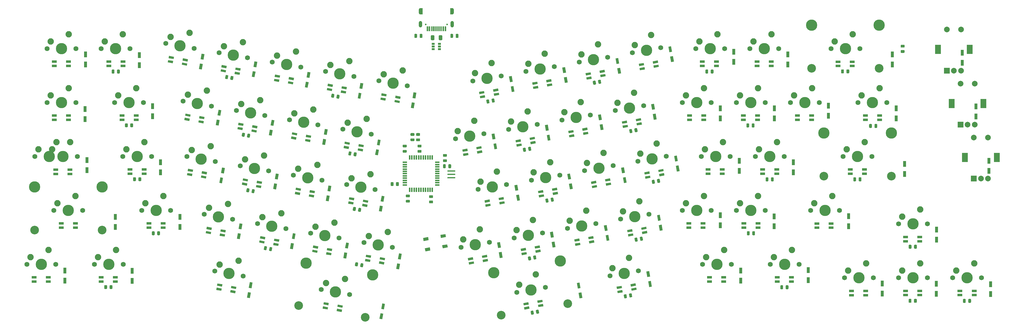
<source format=gbs>
G04 #@! TF.GenerationSoftware,KiCad,Pcbnew,(5.99.0-1131-g93b7eacfb)*
G04 #@! TF.CreationDate,2020-05-05T10:31:04+09:00*
G04 #@! TF.ProjectId,unnamed,756e6e61-6d65-4642-9e6b-696361645f70,rev?*
G04 #@! TF.SameCoordinates,Original*
G04 #@! TF.FileFunction,Soldermask,Bot*
G04 #@! TF.FilePolarity,Negative*
%FSLAX46Y46*%
G04 Gerber Fmt 4.6, Leading zero omitted, Abs format (unit mm)*
G04 Created by KiCad (PCBNEW (5.99.0-1131-g93b7eacfb)) date 2020-05-05 10:31:04*
%MOMM*%
%LPD*%
G01*
G04 APERTURE LIST*
%ADD10R,1.000000X2.000000*%
%ADD11C,2.250000*%
%ADD12C,3.987800*%
%ADD13C,1.750000*%
%ADD14C,3.048000*%
%ADD15R,1.800000X0.820000*%
%ADD16R,2.000000X2.000000*%
%ADD17C,2.000000*%
%ADD18R,2.000000X3.200000*%
%ADD19R,0.700000X2.300000*%
%ADD20O,1.200000X2.300000*%
%ADD21C,0.600000*%
%ADD22R,0.550000X1.700000*%
%ADD23R,0.300000X1.700000*%
%ADD24R,1.060000X0.650000*%
%ADD25R,1.500000X0.550000*%
%ADD26R,0.550000X1.500000*%
G04 APERTURE END LIST*
D10*
X471581480Y-245076520D03*
X471581480Y-241526520D03*
X452488300Y-244964760D03*
X452488300Y-241414760D03*
X433453540Y-244880940D03*
X433453540Y-241330940D03*
X407352500Y-240131140D03*
X407352500Y-236581140D03*
X383557780Y-240265760D03*
X383557780Y-236715760D03*
G36*
X352263898Y-242378838D02*
G01*
X351279090Y-242552486D01*
X350931794Y-240582870D01*
X351916602Y-240409222D01*
X352263898Y-242378838D01*
G37*
G36*
X351647446Y-238882770D02*
G01*
X350662638Y-239056418D01*
X350315342Y-237086802D01*
X351300150Y-236913154D01*
X351647446Y-238882770D01*
G37*
G36*
X327750358Y-246425058D02*
G01*
X326765550Y-246598706D01*
X326418254Y-244629090D01*
X327403062Y-244455442D01*
X327750358Y-246425058D01*
G37*
G36*
X327133906Y-242928990D02*
G01*
X326149098Y-243102638D01*
X325801802Y-241133022D01*
X326786610Y-240959374D01*
X327133906Y-242928990D01*
G37*
G36*
X257249030Y-253962166D02*
G01*
X256264222Y-253788518D01*
X256611518Y-251818902D01*
X257596326Y-251992550D01*
X257249030Y-253962166D01*
G37*
G36*
X257865482Y-250466098D02*
G01*
X256880674Y-250292450D01*
X257227970Y-248322834D01*
X258212778Y-248496482D01*
X257865482Y-250466098D01*
G37*
G36*
X210576530Y-246469166D02*
G01*
X209591722Y-246295518D01*
X209939018Y-244325902D01*
X210923826Y-244499550D01*
X210576530Y-246469166D01*
G37*
G36*
X211192982Y-242973098D02*
G01*
X210208174Y-242799450D01*
X210555470Y-240829834D01*
X211540278Y-241003482D01*
X211192982Y-242973098D01*
G37*
X169100500Y-240344500D03*
X169100500Y-236794500D03*
X145415000Y-240331800D03*
X145415000Y-236781800D03*
X452574660Y-225841100D03*
X452574660Y-222291100D03*
X421614600Y-221096380D03*
X421614600Y-217546380D03*
X395340840Y-221114160D03*
X395340840Y-217564160D03*
X376384820Y-220738240D03*
X376384820Y-217188240D03*
G36*
X356028178Y-222495718D02*
G01*
X355043370Y-222669366D01*
X354696074Y-220699750D01*
X355680882Y-220526102D01*
X356028178Y-222495718D01*
G37*
G36*
X355411726Y-218999650D02*
G01*
X354426918Y-219173298D01*
X354079622Y-217203682D01*
X355064430Y-217030034D01*
X355411726Y-218999650D01*
G37*
G36*
X337293138Y-226079658D02*
G01*
X336308330Y-226253306D01*
X335961034Y-224283690D01*
X336945842Y-224110042D01*
X337293138Y-226079658D01*
G37*
G36*
X336676686Y-222583590D02*
G01*
X335691878Y-222757238D01*
X335344582Y-220787622D01*
X336329390Y-220613974D01*
X336676686Y-222583590D01*
G37*
G36*
X318281238Y-228446938D02*
G01*
X317296430Y-228620586D01*
X316949134Y-226650970D01*
X317933942Y-226477322D01*
X318281238Y-228446938D01*
G37*
G36*
X317664786Y-224950870D02*
G01*
X316679978Y-225124518D01*
X316332682Y-223154902D01*
X317317490Y-222981254D01*
X317664786Y-224950870D01*
G37*
G36*
X299657958Y-232140098D02*
G01*
X298673150Y-232313746D01*
X298325854Y-230344130D01*
X299310662Y-230170482D01*
X299657958Y-232140098D01*
G37*
G36*
X299041506Y-228644030D02*
G01*
X298056698Y-228817678D01*
X297709402Y-226848062D01*
X298694210Y-226674414D01*
X299041506Y-228644030D01*
G37*
G36*
X263154530Y-236309166D02*
G01*
X262169722Y-236135518D01*
X262517018Y-234165902D01*
X263501826Y-234339550D01*
X263154530Y-236309166D01*
G37*
G36*
X263770982Y-232813098D02*
G01*
X262786174Y-232639450D01*
X263133470Y-230669834D01*
X264118278Y-230843482D01*
X263770982Y-232813098D01*
G37*
G36*
X244528710Y-232486466D02*
G01*
X243543902Y-232312818D01*
X243891198Y-230343202D01*
X244876006Y-230516850D01*
X244528710Y-232486466D01*
G37*
G36*
X245145162Y-228990398D02*
G01*
X244160354Y-228816750D01*
X244507650Y-226847134D01*
X245492458Y-227020782D01*
X245145162Y-228990398D01*
G37*
G36*
X225745410Y-229176846D02*
G01*
X224760602Y-229003198D01*
X225107898Y-227033582D01*
X226092706Y-227207230D01*
X225745410Y-229176846D01*
G37*
G36*
X226361862Y-225680778D02*
G01*
X225377054Y-225507130D01*
X225724350Y-223537514D01*
X226709158Y-223711162D01*
X226361862Y-225680778D01*
G37*
G36*
X206997670Y-225674186D02*
G01*
X206012862Y-225500538D01*
X206360158Y-223530922D01*
X207344966Y-223704570D01*
X206997670Y-225674186D01*
G37*
G36*
X207614122Y-222178118D02*
G01*
X206629314Y-222004470D01*
X206976610Y-220034854D01*
X207961418Y-220208502D01*
X207614122Y-222178118D01*
G37*
X185928000Y-221358000D03*
X185928000Y-217808000D03*
X163195000Y-221341546D03*
X163195000Y-217791546D03*
X471058240Y-201520600D03*
X471058240Y-197970600D03*
X441309760Y-202589940D03*
X441309760Y-199039940D03*
X402104860Y-202023520D03*
X402104860Y-198473520D03*
X383047240Y-201512980D03*
X383047240Y-197962980D03*
G36*
X362022578Y-201566118D02*
G01*
X361037770Y-201739766D01*
X360690474Y-199770150D01*
X361675282Y-199596502D01*
X362022578Y-201566118D01*
G37*
G36*
X361406126Y-198070050D02*
G01*
X360421318Y-198243698D01*
X360074022Y-196274082D01*
X361058830Y-196100434D01*
X361406126Y-198070050D01*
G37*
G36*
X343376438Y-205693618D02*
G01*
X342391630Y-205867266D01*
X342044334Y-203897650D01*
X343029142Y-203724002D01*
X343376438Y-205693618D01*
G37*
G36*
X342759986Y-202197550D02*
G01*
X341775178Y-202371198D01*
X341427882Y-200401582D01*
X342412690Y-200227934D01*
X342759986Y-202197550D01*
G37*
G36*
X324372158Y-207878018D02*
G01*
X323387350Y-208051666D01*
X323040054Y-206082050D01*
X324024862Y-205908402D01*
X324372158Y-207878018D01*
G37*
G36*
X323755706Y-204381950D02*
G01*
X322770898Y-204555598D01*
X322423602Y-202585982D01*
X323408410Y-202412334D01*
X323755706Y-204381950D01*
G37*
G36*
X305776818Y-211898838D02*
G01*
X304792010Y-212072486D01*
X304444714Y-210102870D01*
X305429522Y-209929222D01*
X305776818Y-211898838D01*
G37*
G36*
X305160366Y-208402770D02*
G01*
X304175558Y-208576418D01*
X303828262Y-206606802D01*
X304813070Y-206433154D01*
X305160366Y-208402770D01*
G37*
G36*
X257058530Y-215925666D02*
G01*
X256073722Y-215752018D01*
X256421018Y-213782402D01*
X257405826Y-213956050D01*
X257058530Y-215925666D01*
G37*
G36*
X257674982Y-212429598D02*
G01*
X256690174Y-212255950D01*
X257037470Y-210286334D01*
X258022278Y-210459982D01*
X257674982Y-212429598D01*
G37*
G36*
X238326030Y-212306166D02*
G01*
X237341222Y-212132518D01*
X237688518Y-210162902D01*
X238673326Y-210336550D01*
X238326030Y-212306166D01*
G37*
G36*
X238942482Y-208810098D02*
G01*
X237957674Y-208636450D01*
X238304970Y-206666834D01*
X239289778Y-206840482D01*
X238942482Y-208810098D01*
G37*
G36*
X219786570Y-208082146D02*
G01*
X218801762Y-207908498D01*
X219149058Y-205938882D01*
X220133866Y-206112530D01*
X219786570Y-208082146D01*
G37*
G36*
X220403022Y-204586078D02*
G01*
X219418214Y-204412430D01*
X219765510Y-202442814D01*
X220750318Y-202616462D01*
X220403022Y-204586078D01*
G37*
G36*
X200797530Y-205956166D02*
G01*
X199812722Y-205782518D01*
X200160018Y-203812902D01*
X201144826Y-203986550D01*
X200797530Y-205956166D01*
G37*
G36*
X201413982Y-202460098D02*
G01*
X200429174Y-202286450D01*
X200776470Y-200316834D01*
X201761278Y-200490482D01*
X201413982Y-202460098D01*
G37*
X179136040Y-202018440D03*
X179136040Y-198468440D03*
X153177240Y-201279300D03*
X153177240Y-197729300D03*
X466417660Y-182295340D03*
X466417660Y-178745340D03*
X438312560Y-182988760D03*
X438312560Y-179438760D03*
X414464500Y-182046420D03*
X414464500Y-178496420D03*
X395437360Y-182981140D03*
X395437360Y-179431140D03*
X376405140Y-182978600D03*
X376405140Y-179428600D03*
G36*
X353927598Y-183288278D02*
G01*
X352942790Y-183461926D01*
X352595494Y-181492310D01*
X353580302Y-181318662D01*
X353927598Y-183288278D01*
G37*
G36*
X353311146Y-179792210D02*
G01*
X352326338Y-179965858D01*
X351979042Y-177996242D01*
X352963850Y-177822594D01*
X353311146Y-179792210D01*
G37*
G36*
X335230658Y-186968738D02*
G01*
X334245850Y-187142386D01*
X333898554Y-185172770D01*
X334883362Y-184999122D01*
X335230658Y-186968738D01*
G37*
G36*
X334614206Y-183472670D02*
G01*
X333629398Y-183646318D01*
X333282102Y-181676702D01*
X334266910Y-181503054D01*
X334614206Y-183472670D01*
G37*
G36*
X316541338Y-190669518D02*
G01*
X315556530Y-190843166D01*
X315209234Y-188873550D01*
X316194042Y-188699902D01*
X316541338Y-190669518D01*
G37*
G36*
X315924886Y-187173450D02*
G01*
X314940078Y-187347098D01*
X314592782Y-185377482D01*
X315577590Y-185203834D01*
X315924886Y-187173450D01*
G37*
G36*
X297750418Y-193745458D02*
G01*
X296765610Y-193919106D01*
X296418314Y-191949490D01*
X297403122Y-191775842D01*
X297750418Y-193745458D01*
G37*
G36*
X297133966Y-190249390D02*
G01*
X296149158Y-190423038D01*
X295801862Y-188453422D01*
X296786670Y-188279774D01*
X297133966Y-190249390D01*
G37*
G36*
X255725030Y-196050166D02*
G01*
X254740222Y-195876518D01*
X255087518Y-193906902D01*
X256072326Y-194080550D01*
X255725030Y-196050166D01*
G37*
G36*
X256341482Y-192554098D02*
G01*
X255356674Y-192380450D01*
X255703970Y-190410834D01*
X256688778Y-190584482D01*
X256341482Y-192554098D01*
G37*
G36*
X237071270Y-192357006D02*
G01*
X236086462Y-192183358D01*
X236433758Y-190213742D01*
X237418566Y-190387390D01*
X237071270Y-192357006D01*
G37*
G36*
X237687722Y-188860938D02*
G01*
X236702914Y-188687290D01*
X237050210Y-186717674D01*
X238035018Y-186891322D01*
X237687722Y-188860938D01*
G37*
G36*
X218280350Y-189105806D02*
G01*
X217295542Y-188932158D01*
X217642838Y-186962542D01*
X218627646Y-187136190D01*
X218280350Y-189105806D01*
G37*
G36*
X218896802Y-185609738D02*
G01*
X217911994Y-185436090D01*
X218259290Y-183466474D01*
X219244098Y-183640122D01*
X218896802Y-185609738D01*
G37*
G36*
X199570710Y-185526946D02*
G01*
X198585902Y-185353298D01*
X198933198Y-183383682D01*
X199918006Y-183557330D01*
X199570710Y-185526946D01*
G37*
G36*
X200187162Y-182030878D02*
G01*
X199202354Y-181857230D01*
X199549650Y-179887614D01*
X200534458Y-180061262D01*
X200187162Y-182030878D01*
G37*
X176344580Y-182173420D03*
X176344580Y-178623420D03*
X152527000Y-183258000D03*
X152527000Y-179708000D03*
X461642460Y-163364720D03*
X461642460Y-159814720D03*
X437027320Y-163951460D03*
X437027320Y-160401460D03*
X400184620Y-163936220D03*
X400184620Y-160386220D03*
X381116840Y-162978640D03*
X381116840Y-159428640D03*
G36*
X360005818Y-162940338D02*
G01*
X359021010Y-163113986D01*
X358673714Y-161144370D01*
X359658522Y-160970722D01*
X360005818Y-162940338D01*
G37*
G36*
X359389366Y-159444270D02*
G01*
X358404558Y-159617918D01*
X358057262Y-157648302D01*
X359042070Y-157474654D01*
X359389366Y-159444270D01*
G37*
G36*
X341377458Y-167077998D02*
G01*
X340392650Y-167251646D01*
X340045354Y-165282030D01*
X341030162Y-165108382D01*
X341377458Y-167077998D01*
G37*
G36*
X340761006Y-163581930D02*
G01*
X339776198Y-163755578D01*
X339428902Y-161785962D01*
X340413710Y-161612314D01*
X340761006Y-163581930D01*
G37*
G36*
X322611938Y-170286018D02*
G01*
X321627130Y-170459666D01*
X321279834Y-168490050D01*
X322264642Y-168316402D01*
X322611938Y-170286018D01*
G37*
G36*
X321995486Y-166789950D02*
G01*
X321010678Y-166963598D01*
X320663382Y-164993982D01*
X321648190Y-164820334D01*
X321995486Y-166789950D01*
G37*
G36*
X303848958Y-173486418D02*
G01*
X302864150Y-173660066D01*
X302516854Y-171690450D01*
X303501662Y-171516802D01*
X303848958Y-173486418D01*
G37*
G36*
X303232506Y-169990350D02*
G01*
X302247698Y-170163998D01*
X301900402Y-168194382D01*
X302885210Y-168020734D01*
X303232506Y-169990350D01*
G37*
G36*
X268298030Y-179413166D02*
G01*
X267313222Y-179239518D01*
X267660518Y-177269902D01*
X268645326Y-177443550D01*
X268298030Y-179413166D01*
G37*
G36*
X268914482Y-175917098D02*
G01*
X267929674Y-175743450D01*
X268276970Y-173773834D01*
X269261778Y-173947482D01*
X268914482Y-175917098D01*
G37*
G36*
X249565530Y-176047666D02*
G01*
X248580722Y-175874018D01*
X248928018Y-173904402D01*
X249912826Y-174078050D01*
X249565530Y-176047666D01*
G37*
G36*
X250181982Y-172551598D02*
G01*
X249197174Y-172377950D01*
X249544470Y-170408334D01*
X250529278Y-170581982D01*
X250181982Y-172551598D01*
G37*
G36*
X230949870Y-172151306D02*
G01*
X229965062Y-171977658D01*
X230312358Y-170008042D01*
X231297166Y-170181690D01*
X230949870Y-172151306D01*
G37*
G36*
X231566322Y-168655238D02*
G01*
X230581514Y-168481590D01*
X230928810Y-166511974D01*
X231913618Y-166685622D01*
X231566322Y-168655238D01*
G37*
G36*
X212242770Y-168447986D02*
G01*
X211257962Y-168274338D01*
X211605258Y-166304722D01*
X212590066Y-166478370D01*
X212242770Y-168447986D01*
G37*
G36*
X212859222Y-164951918D02*
G01*
X211874414Y-164778270D01*
X212221710Y-162808654D01*
X213206518Y-162982302D01*
X212859222Y-164951918D01*
G37*
G36*
X193624570Y-165722566D02*
G01*
X192639762Y-165548918D01*
X192987058Y-163579302D01*
X193971866Y-163752950D01*
X193624570Y-165722566D01*
G37*
G36*
X194241022Y-162226498D02*
G01*
X193256214Y-162052850D01*
X193603510Y-160083234D01*
X194588318Y-160256882D01*
X194241022Y-162226498D01*
G37*
X171615100Y-164190220D03*
X171615100Y-160640220D03*
X152669240Y-163946380D03*
X152669240Y-160396380D03*
G36*
G01*
X420820000Y-166826250D02*
X420820000Y-165913750D01*
G75*
G02*
X421063750Y-165670000I243750J0D01*
G01*
X421551250Y-165670000D01*
G75*
G02*
X421795000Y-165913750I0J-243750D01*
G01*
X421795000Y-166826250D01*
G75*
G02*
X421551250Y-167070000I-243750J0D01*
G01*
X421063750Y-167070000D01*
G75*
G02*
X420820000Y-166826250I0J243750D01*
G01*
G37*
G36*
G01*
X418945000Y-166826250D02*
X418945000Y-165913750D01*
G75*
G02*
X419188750Y-165670000I243750J0D01*
G01*
X419676250Y-165670000D01*
G75*
G02*
X419920000Y-165913750I0J-243750D01*
G01*
X419920000Y-166826250D01*
G75*
G02*
X419676250Y-167070000I-243750J0D01*
G01*
X419188750Y-167070000D01*
G75*
G02*
X418945000Y-166826250I0J243750D01*
G01*
G37*
G36*
G01*
X441080210Y-157946940D02*
X440167710Y-157946940D01*
G75*
G02*
X439923960Y-157703190I0J243750D01*
G01*
X439923960Y-157215690D01*
G75*
G02*
X440167710Y-156971940I243750J0D01*
G01*
X441080210Y-156971940D01*
G75*
G02*
X441323960Y-157215690I0J-243750D01*
G01*
X441323960Y-157703190D01*
G75*
G02*
X441080210Y-157946940I-243750J0D01*
G01*
G37*
G36*
G01*
X441080210Y-159821940D02*
X440167710Y-159821940D01*
G75*
G02*
X439923960Y-159578190I0J243750D01*
G01*
X439923960Y-159090690D01*
G75*
G02*
X440167710Y-158846940I243750J0D01*
G01*
X441080210Y-158846940D01*
G75*
G02*
X441323960Y-159090690I0J-243750D01*
G01*
X441323960Y-159578190D01*
G75*
G02*
X441080210Y-159821940I-243750J0D01*
G01*
G37*
D11*
X422996250Y-153229746D03*
D12*
X420456250Y-158309746D03*
D11*
X416646250Y-155769746D03*
D13*
X415376250Y-158309746D03*
X425536250Y-158309746D03*
D14*
X408550000Y-165294746D03*
X432362500Y-165294746D03*
D12*
X408550000Y-150054746D03*
X432362500Y-150054746D03*
G36*
G01*
X282884400Y-204158040D02*
X280284400Y-204158040D01*
G75*
G02*
X280184400Y-204058040I0J100000D01*
G01*
X280184400Y-203858040D01*
G75*
G02*
X280284400Y-203758040I100000J0D01*
G01*
X282884400Y-203758040D01*
G75*
G02*
X282984400Y-203858040I0J-100000D01*
G01*
X282984400Y-204058040D01*
G75*
G02*
X282884400Y-204158040I-100000J0D01*
G01*
G37*
G36*
G01*
X282884400Y-202958040D02*
X280284400Y-202958040D01*
G75*
G02*
X280184400Y-202858040I0J100000D01*
G01*
X280184400Y-202658040D01*
G75*
G02*
X280284400Y-202558040I100000J0D01*
G01*
X282884400Y-202558040D01*
G75*
G02*
X282984400Y-202658040I0J-100000D01*
G01*
X282984400Y-202858040D01*
G75*
G02*
X282884400Y-202958040I-100000J0D01*
G01*
G37*
G36*
G01*
X282884400Y-201758040D02*
X280284400Y-201758040D01*
G75*
G02*
X280184400Y-201658040I0J100000D01*
G01*
X280184400Y-201458040D01*
G75*
G02*
X280284400Y-201358040I100000J0D01*
G01*
X282884400Y-201358040D01*
G75*
G02*
X282984400Y-201458040I0J-100000D01*
G01*
X282984400Y-201658040D01*
G75*
G02*
X282884400Y-201758040I-100000J0D01*
G01*
G37*
D11*
X427282500Y-191329746D03*
D12*
X424742500Y-196409746D03*
D11*
X420932500Y-193869746D03*
D13*
X419662500Y-196409746D03*
X429822500Y-196409746D03*
D14*
X412836250Y-203394746D03*
X436648750Y-203394746D03*
D12*
X412836250Y-188154746D03*
X436648750Y-188154746D03*
G36*
X280130893Y-227486397D02*
G01*
X280321906Y-228569686D01*
X278549253Y-228882253D01*
X278358240Y-227798964D01*
X280130893Y-227486397D01*
G37*
G36*
X273382587Y-224919227D02*
G01*
X273573600Y-226002516D01*
X271800947Y-226315083D01*
X271609934Y-225231794D01*
X273382587Y-224919227D01*
G37*
G36*
X279488395Y-223842608D02*
G01*
X279679408Y-224925897D01*
X277906755Y-225238464D01*
X277715742Y-224155175D01*
X279488395Y-223842608D01*
G37*
G36*
X274025085Y-228563016D02*
G01*
X274216098Y-229646305D01*
X272443445Y-229958872D01*
X272252432Y-228875583D01*
X274025085Y-228563016D01*
G37*
D15*
X460823940Y-243915500D03*
X460823940Y-245415500D03*
X465823940Y-245415500D03*
X465823940Y-243915500D03*
X441652020Y-243897720D03*
X441652020Y-245397720D03*
X446652020Y-245397720D03*
X446652020Y-243897720D03*
X427612180Y-245420580D03*
X427612180Y-243920580D03*
X422612180Y-243920580D03*
X422612180Y-245420580D03*
X396467960Y-239145380D03*
X396467960Y-240645380D03*
X401467960Y-240645380D03*
X401467960Y-239145380D03*
X377531000Y-240627600D03*
X377531000Y-239127600D03*
X372531000Y-239127600D03*
X372531000Y-240627600D03*
G36*
X341582615Y-242129640D02*
G01*
X341725007Y-242937183D01*
X339952353Y-243249750D01*
X339809961Y-242442207D01*
X341582615Y-242129640D01*
G37*
G36*
X341843088Y-243606851D02*
G01*
X341985480Y-244414394D01*
X340212826Y-244726961D01*
X340070434Y-243919418D01*
X341843088Y-243606851D01*
G37*
G36*
X346767127Y-242738610D02*
G01*
X346909519Y-243546153D01*
X345136865Y-243858720D01*
X344994473Y-243051177D01*
X346767127Y-242738610D01*
G37*
G36*
X346506654Y-241261399D02*
G01*
X346649046Y-242068942D01*
X344876392Y-242381509D01*
X344734000Y-241573966D01*
X346506654Y-241261399D01*
G37*
G36*
X308722635Y-247918300D02*
G01*
X308865027Y-248725843D01*
X307092373Y-249038410D01*
X306949981Y-248230867D01*
X308722635Y-247918300D01*
G37*
G36*
X308983108Y-249395511D02*
G01*
X309125500Y-250203054D01*
X307352846Y-250515621D01*
X307210454Y-249708078D01*
X308983108Y-249395511D01*
G37*
G36*
X313907147Y-248527270D02*
G01*
X314049539Y-249334813D01*
X312276885Y-249647380D01*
X312134493Y-248839837D01*
X313907147Y-248527270D01*
G37*
G36*
X313646674Y-247050059D02*
G01*
X313789066Y-247857602D01*
X312016412Y-248170169D01*
X311874020Y-247362626D01*
X313646674Y-247050059D01*
G37*
G36*
X241150260Y-251038714D02*
G01*
X241292652Y-250231171D01*
X243065306Y-250543738D01*
X242922914Y-251351281D01*
X241150260Y-251038714D01*
G37*
G36*
X241410733Y-249561503D02*
G01*
X241553125Y-248753960D01*
X243325779Y-249066527D01*
X243183387Y-249874070D01*
X241410733Y-249561503D01*
G37*
G36*
X236486694Y-248693262D02*
G01*
X236629086Y-247885719D01*
X238401740Y-248198286D01*
X238259348Y-249005829D01*
X236486694Y-248693262D01*
G37*
G36*
X236226221Y-250170473D02*
G01*
X236368613Y-249362930D01*
X238141267Y-249675497D01*
X237998875Y-250483040D01*
X236226221Y-250170473D01*
G37*
G36*
X198761221Y-243566473D02*
G01*
X198903613Y-242758930D01*
X200676267Y-243071497D01*
X200533875Y-243879040D01*
X198761221Y-243566473D01*
G37*
G36*
X199021694Y-242089262D02*
G01*
X199164086Y-241281719D01*
X200936740Y-241594286D01*
X200794348Y-242401829D01*
X199021694Y-242089262D01*
G37*
G36*
X203945733Y-242957503D02*
G01*
X204088125Y-242149960D01*
X205860779Y-242462527D01*
X205718387Y-243270070D01*
X203945733Y-242957503D01*
G37*
G36*
X203685260Y-244434714D02*
G01*
X203827652Y-243627171D01*
X205600306Y-243939738D01*
X205457914Y-244747281D01*
X203685260Y-244434714D01*
G37*
X158218500Y-239153000D03*
X158218500Y-240653000D03*
X163218500Y-240653000D03*
X163218500Y-239153000D03*
X139533000Y-240653000D03*
X139533000Y-239153000D03*
X134533000Y-239153000D03*
X134533000Y-240653000D03*
X441672340Y-224870580D03*
X441672340Y-226370580D03*
X446672340Y-226370580D03*
X446672340Y-224870580D03*
X415437960Y-221623320D03*
X415437960Y-220123320D03*
X410437960Y-220123320D03*
X410437960Y-221623320D03*
X384656960Y-220087760D03*
X384656960Y-221587760D03*
X389656960Y-221587760D03*
X389656960Y-220087760D03*
X370307240Y-221592840D03*
X370307240Y-220092840D03*
X365307240Y-220092840D03*
X365307240Y-221592840D03*
G36*
X345334195Y-222109360D02*
G01*
X345476587Y-222916903D01*
X343703933Y-223229470D01*
X343561541Y-222421927D01*
X345334195Y-222109360D01*
G37*
G36*
X345594668Y-223586571D02*
G01*
X345737060Y-224394114D01*
X343964406Y-224706681D01*
X343822014Y-223899138D01*
X345594668Y-223586571D01*
G37*
G36*
X350518707Y-222718330D02*
G01*
X350661099Y-223525873D01*
X348888445Y-223838440D01*
X348746053Y-223030897D01*
X350518707Y-222718330D01*
G37*
G36*
X350258234Y-221241119D02*
G01*
X350400626Y-222048662D01*
X348627972Y-222361229D01*
X348485580Y-221553686D01*
X350258234Y-221241119D01*
G37*
G36*
X330214365Y-227145520D02*
G01*
X330071973Y-226337977D01*
X331844627Y-226025410D01*
X331987019Y-226832953D01*
X330214365Y-227145520D01*
G37*
G36*
X329953892Y-225668309D02*
G01*
X329811500Y-224860766D01*
X331584154Y-224548199D01*
X331726546Y-225355742D01*
X329953892Y-225668309D01*
G37*
G36*
X325029853Y-226536550D02*
G01*
X324887461Y-225729007D01*
X326660115Y-225416440D01*
X326802507Y-226223983D01*
X325029853Y-226536550D01*
G37*
G36*
X325290326Y-228013761D02*
G01*
X325147934Y-227206218D01*
X326920588Y-226893651D01*
X327062980Y-227701194D01*
X325290326Y-228013761D01*
G37*
G36*
X307798075Y-228723520D02*
G01*
X307940467Y-229531063D01*
X306167813Y-229843630D01*
X306025421Y-229036087D01*
X307798075Y-228723520D01*
G37*
G36*
X308058548Y-230200731D02*
G01*
X308200940Y-231008274D01*
X306428286Y-231320841D01*
X306285894Y-230513298D01*
X308058548Y-230200731D01*
G37*
G36*
X312982587Y-229332490D02*
G01*
X313124979Y-230140033D01*
X311352325Y-230452600D01*
X311209933Y-229645057D01*
X312982587Y-229332490D01*
G37*
G36*
X312722114Y-227855279D02*
G01*
X312864506Y-228662822D01*
X311091852Y-228975389D01*
X310949460Y-228167846D01*
X312722114Y-227855279D01*
G37*
G36*
X292754445Y-233752060D02*
G01*
X292612053Y-232944517D01*
X294384707Y-232631950D01*
X294527099Y-233439493D01*
X292754445Y-233752060D01*
G37*
G36*
X292493972Y-232274849D02*
G01*
X292351580Y-231467306D01*
X294124234Y-231154739D01*
X294266626Y-231962282D01*
X292493972Y-232274849D01*
G37*
G36*
X287569933Y-233143090D02*
G01*
X287427541Y-232335547D01*
X289200195Y-232022980D01*
X289342587Y-232830523D01*
X287569933Y-233143090D01*
G37*
G36*
X287830406Y-234620301D02*
G01*
X287688014Y-233812758D01*
X289460668Y-233500191D01*
X289603060Y-234307734D01*
X287830406Y-234620301D01*
G37*
G36*
X253324240Y-231434286D02*
G01*
X253181848Y-232241829D01*
X251409194Y-231929262D01*
X251551586Y-231121719D01*
X253324240Y-231434286D01*
G37*
G36*
X253063767Y-232911497D02*
G01*
X252921375Y-233719040D01*
X251148721Y-233406473D01*
X251291113Y-232598930D01*
X253063767Y-232911497D01*
G37*
G36*
X257987806Y-233779738D02*
G01*
X257845414Y-234587281D01*
X256072760Y-234274714D01*
X256215152Y-233467171D01*
X257987806Y-233779738D01*
G37*
G36*
X258248279Y-232302527D02*
G01*
X258105887Y-233110070D01*
X256333233Y-232797503D01*
X256475625Y-231989960D01*
X258248279Y-232302527D01*
G37*
G36*
X237467260Y-231036214D02*
G01*
X237609652Y-230228671D01*
X239382306Y-230541238D01*
X239239914Y-231348781D01*
X237467260Y-231036214D01*
G37*
G36*
X237727733Y-229559003D02*
G01*
X237870125Y-228751460D01*
X239642779Y-229064027D01*
X239500387Y-229871570D01*
X237727733Y-229559003D01*
G37*
G36*
X232803694Y-228690762D02*
G01*
X232946086Y-227883219D01*
X234718740Y-228195786D01*
X234576348Y-229003329D01*
X232803694Y-228690762D01*
G37*
G36*
X232543221Y-230167973D02*
G01*
X232685613Y-229360430D01*
X234458267Y-229672997D01*
X234315875Y-230480540D01*
X232543221Y-230167973D01*
G37*
G36*
X216049740Y-224893786D02*
G01*
X215907348Y-225701329D01*
X214134694Y-225388762D01*
X214277086Y-224581219D01*
X216049740Y-224893786D01*
G37*
G36*
X215789267Y-226370997D02*
G01*
X215646875Y-227178540D01*
X213874221Y-226865973D01*
X214016613Y-226058430D01*
X215789267Y-226370997D01*
G37*
G36*
X220713306Y-227239238D02*
G01*
X220570914Y-228046781D01*
X218798260Y-227734214D01*
X218940652Y-226926671D01*
X220713306Y-227239238D01*
G37*
G36*
X220973779Y-225762027D02*
G01*
X220831387Y-226569570D01*
X219058733Y-226257003D01*
X219201125Y-225449460D01*
X220973779Y-225762027D01*
G37*
G36*
X199938760Y-224432214D02*
G01*
X200081152Y-223624671D01*
X201853806Y-223937238D01*
X201711414Y-224744781D01*
X199938760Y-224432214D01*
G37*
G36*
X200199233Y-222955003D02*
G01*
X200341625Y-222147460D01*
X202114279Y-222460027D01*
X201971887Y-223267570D01*
X200199233Y-222955003D01*
G37*
G36*
X195275194Y-222086762D02*
G01*
X195417586Y-221279219D01*
X197190240Y-221591786D01*
X197047848Y-222399329D01*
X195275194Y-222086762D01*
G37*
G36*
X195014721Y-223563973D02*
G01*
X195157113Y-222756430D01*
X196929767Y-223068997D01*
X196787375Y-223876540D01*
X195014721Y-223563973D01*
G37*
X175046000Y-220103000D03*
X175046000Y-221603000D03*
X180046000Y-221603000D03*
X180046000Y-220103000D03*
X149121500Y-221603000D03*
X149121500Y-220103000D03*
X144121500Y-220103000D03*
X144121500Y-221603000D03*
X422185460Y-201035220D03*
X422185460Y-202535220D03*
X427185460Y-202535220D03*
X427185460Y-201035220D03*
X391248260Y-201053000D03*
X391248260Y-202553000D03*
X396248260Y-202553000D03*
X396248260Y-201053000D03*
X377017920Y-202525060D03*
X377017920Y-201025060D03*
X372017920Y-201025060D03*
X372017920Y-202525060D03*
G36*
X351353995Y-201697920D02*
G01*
X351496387Y-202505463D01*
X349723733Y-202818030D01*
X349581341Y-202010487D01*
X351353995Y-201697920D01*
G37*
G36*
X351614468Y-203175131D02*
G01*
X351756860Y-203982674D01*
X349984206Y-204295241D01*
X349841814Y-203487698D01*
X351614468Y-203175131D01*
G37*
G36*
X356538507Y-202306890D02*
G01*
X356680899Y-203114433D01*
X354908245Y-203427000D01*
X354765853Y-202619457D01*
X356538507Y-202306890D01*
G37*
G36*
X356278034Y-200829679D02*
G01*
X356420426Y-201637222D01*
X354647772Y-201949789D01*
X354505380Y-201142246D01*
X356278034Y-200829679D01*
G37*
G36*
X336127485Y-206759480D02*
G01*
X335985093Y-205951937D01*
X337757747Y-205639370D01*
X337900139Y-206446913D01*
X336127485Y-206759480D01*
G37*
G36*
X335867012Y-205282269D02*
G01*
X335724620Y-204474726D01*
X337497274Y-204162159D01*
X337639666Y-204969702D01*
X335867012Y-205282269D01*
G37*
G36*
X330942973Y-206150510D02*
G01*
X330800581Y-205342967D01*
X332573235Y-205030400D01*
X332715627Y-205837943D01*
X330942973Y-206150510D01*
G37*
G36*
X331203446Y-207627721D02*
G01*
X331061054Y-206820178D01*
X332833708Y-206507611D01*
X332976100Y-207315154D01*
X331203446Y-207627721D01*
G37*
G36*
X313894075Y-208312080D02*
G01*
X314036467Y-209119623D01*
X312263813Y-209432190D01*
X312121421Y-208624647D01*
X313894075Y-208312080D01*
G37*
G36*
X314154548Y-209789291D02*
G01*
X314296940Y-210596834D01*
X312524286Y-210909401D01*
X312381894Y-210101858D01*
X314154548Y-209789291D01*
G37*
G36*
X319078587Y-208921050D02*
G01*
X319220979Y-209728593D01*
X317448325Y-210041160D01*
X317305933Y-209233617D01*
X319078587Y-208921050D01*
G37*
G36*
X318818114Y-207443839D02*
G01*
X318960506Y-208251382D01*
X317187852Y-208563949D01*
X317045460Y-207756406D01*
X318818114Y-207443839D01*
G37*
G36*
X298614225Y-213353320D02*
G01*
X298471833Y-212545777D01*
X300244487Y-212233210D01*
X300386879Y-213040753D01*
X298614225Y-213353320D01*
G37*
G36*
X298353752Y-211876109D02*
G01*
X298211360Y-211068566D01*
X299984014Y-210755999D01*
X300126406Y-211563542D01*
X298353752Y-211876109D01*
G37*
G36*
X293429713Y-212744350D02*
G01*
X293287321Y-211936807D01*
X295059975Y-211624240D01*
X295202367Y-212431783D01*
X293429713Y-212744350D01*
G37*
G36*
X293690186Y-214221561D02*
G01*
X293547794Y-213414018D01*
X295320448Y-213101451D01*
X295462840Y-213908994D01*
X293690186Y-214221561D01*
G37*
G36*
X247418740Y-211114286D02*
G01*
X247276348Y-211921829D01*
X245503694Y-211609262D01*
X245646086Y-210801719D01*
X247418740Y-211114286D01*
G37*
G36*
X247158267Y-212591497D02*
G01*
X247015875Y-213399040D01*
X245243221Y-213086473D01*
X245385613Y-212278930D01*
X247158267Y-212591497D01*
G37*
G36*
X252082306Y-213459738D02*
G01*
X251939914Y-214267281D01*
X250167260Y-213954714D01*
X250309652Y-213147171D01*
X252082306Y-213459738D01*
G37*
G36*
X252342779Y-211982527D02*
G01*
X252200387Y-212790070D01*
X250427733Y-212477503D01*
X250570125Y-211669960D01*
X252342779Y-211982527D01*
G37*
G36*
X231371260Y-210589214D02*
G01*
X231513652Y-209781671D01*
X233286306Y-210094238D01*
X233143914Y-210901781D01*
X231371260Y-210589214D01*
G37*
G36*
X231631733Y-209112003D02*
G01*
X231774125Y-208304460D01*
X233546779Y-208617027D01*
X233404387Y-209424570D01*
X231631733Y-209112003D01*
G37*
G36*
X226707694Y-208243762D02*
G01*
X226850086Y-207436219D01*
X228622740Y-207748786D01*
X228480348Y-208556329D01*
X226707694Y-208243762D01*
G37*
G36*
X226447221Y-209720973D02*
G01*
X226589613Y-208913430D01*
X228362267Y-209225997D01*
X228219875Y-210033540D01*
X226447221Y-209720973D01*
G37*
G36*
X209953740Y-204446786D02*
G01*
X209811348Y-205254329D01*
X208038694Y-204941762D01*
X208181086Y-204134219D01*
X209953740Y-204446786D01*
G37*
G36*
X209693267Y-205923997D02*
G01*
X209550875Y-206731540D01*
X207778221Y-206418973D01*
X207920613Y-205611430D01*
X209693267Y-205923997D01*
G37*
G36*
X214617306Y-206792238D02*
G01*
X214474914Y-207599781D01*
X212702260Y-207287214D01*
X212844652Y-206479671D01*
X214617306Y-206792238D01*
G37*
G36*
X214877779Y-205315027D02*
G01*
X214735387Y-206122570D01*
X212962733Y-205810003D01*
X213105125Y-205002460D01*
X214877779Y-205315027D01*
G37*
G36*
X193334760Y-203921714D02*
G01*
X193477152Y-203114171D01*
X195249806Y-203426738D01*
X195107414Y-204234281D01*
X193334760Y-203921714D01*
G37*
G36*
X193595233Y-202444503D02*
G01*
X193737625Y-201636960D01*
X195510279Y-201949527D01*
X195367887Y-202757070D01*
X193595233Y-202444503D01*
G37*
G36*
X188671194Y-201576262D02*
G01*
X188813586Y-200768719D01*
X190586240Y-201081286D01*
X190443848Y-201888829D01*
X188671194Y-201576262D01*
G37*
G36*
X188410721Y-203053473D02*
G01*
X188553113Y-202245930D01*
X190325767Y-202558497D01*
X190183375Y-203366040D01*
X188410721Y-203053473D01*
G37*
X168378500Y-201053000D03*
X168378500Y-202553000D03*
X173378500Y-202553000D03*
X173378500Y-201053000D03*
X147153000Y-202616500D03*
X147153000Y-201116500D03*
X142153000Y-201116500D03*
X142153000Y-202616500D03*
X427491520Y-182003000D03*
X427491520Y-183503000D03*
X432491520Y-183503000D03*
X432491520Y-182003000D03*
X408562180Y-183490300D03*
X408562180Y-181990300D03*
X403562180Y-181990300D03*
X403562180Y-183490300D03*
X384529960Y-181980140D03*
X384529960Y-183480140D03*
X389529960Y-183480140D03*
X389529960Y-181980140D03*
X370497740Y-183485220D03*
X370497740Y-181985220D03*
X365497740Y-181985220D03*
X365497740Y-183485220D03*
G36*
X343416495Y-183745200D02*
G01*
X343558887Y-184552743D01*
X341786233Y-184865310D01*
X341643841Y-184057767D01*
X343416495Y-183745200D01*
G37*
G36*
X343676968Y-185222411D02*
G01*
X343819360Y-186029954D01*
X342046706Y-186342521D01*
X341904314Y-185534978D01*
X343676968Y-185222411D01*
G37*
G36*
X348601007Y-184354170D02*
G01*
X348743399Y-185161713D01*
X346970745Y-185474280D01*
X346828353Y-184666737D01*
X348601007Y-184354170D01*
G37*
G36*
X348340534Y-182876959D02*
G01*
X348482926Y-183684502D01*
X346710272Y-183997069D01*
X346567880Y-183189526D01*
X348340534Y-182876959D01*
G37*
G36*
X328129025Y-188816920D02*
G01*
X327986633Y-188009377D01*
X329759287Y-187696810D01*
X329901679Y-188504353D01*
X328129025Y-188816920D01*
G37*
G36*
X327868552Y-187339709D02*
G01*
X327726160Y-186532166D01*
X329498814Y-186219599D01*
X329641206Y-187027142D01*
X327868552Y-187339709D01*
G37*
G36*
X322944513Y-188207950D02*
G01*
X322802121Y-187400407D01*
X324574775Y-187087840D01*
X324717167Y-187895383D01*
X322944513Y-188207950D01*
G37*
G36*
X323204986Y-189685161D02*
G01*
X323062594Y-188877618D01*
X324835248Y-188565051D01*
X324977640Y-189372594D01*
X323204986Y-189685161D01*
G37*
G36*
X305992135Y-190359360D02*
G01*
X306134527Y-191166903D01*
X304361873Y-191479470D01*
X304219481Y-190671927D01*
X305992135Y-190359360D01*
G37*
G36*
X306252608Y-191836571D02*
G01*
X306395000Y-192644114D01*
X304622346Y-192956681D01*
X304479954Y-192149138D01*
X306252608Y-191836571D01*
G37*
G36*
X311176647Y-190968330D02*
G01*
X311319039Y-191775873D01*
X309546385Y-192088440D01*
X309403993Y-191280897D01*
X311176647Y-190968330D01*
G37*
G36*
X310916174Y-189491119D02*
G01*
X311058566Y-190298662D01*
X309285912Y-190611229D01*
X309143520Y-189803686D01*
X310916174Y-189491119D01*
G37*
G36*
X290773245Y-195392980D02*
G01*
X290630853Y-194585437D01*
X292403507Y-194272870D01*
X292545899Y-195080413D01*
X290773245Y-195392980D01*
G37*
G36*
X290512772Y-193915769D02*
G01*
X290370380Y-193108226D01*
X292143034Y-192795659D01*
X292285426Y-193603202D01*
X290512772Y-193915769D01*
G37*
G36*
X285588733Y-194784010D02*
G01*
X285446341Y-193976467D01*
X287218995Y-193663900D01*
X287361387Y-194471443D01*
X285588733Y-194784010D01*
G37*
G36*
X285849206Y-196261221D02*
G01*
X285706814Y-195453678D01*
X287479468Y-195141111D01*
X287621860Y-195948654D01*
X285849206Y-196261221D01*
G37*
G36*
X245831240Y-191492786D02*
G01*
X245688848Y-192300329D01*
X243916194Y-191987762D01*
X244058586Y-191180219D01*
X245831240Y-191492786D01*
G37*
G36*
X245570767Y-192969997D02*
G01*
X245428375Y-193777540D01*
X243655721Y-193464973D01*
X243798113Y-192657430D01*
X245570767Y-192969997D01*
G37*
G36*
X250494806Y-193838238D02*
G01*
X250352414Y-194645781D01*
X248579760Y-194333214D01*
X248722152Y-193525671D01*
X250494806Y-193838238D01*
G37*
G36*
X250755279Y-192361027D02*
G01*
X250612887Y-193168570D01*
X248840233Y-192856003D01*
X248982625Y-192048460D01*
X250755279Y-192361027D01*
G37*
G36*
X230037760Y-191031214D02*
G01*
X230180152Y-190223671D01*
X231952806Y-190536238D01*
X231810414Y-191343781D01*
X230037760Y-191031214D01*
G37*
G36*
X230298233Y-189554003D02*
G01*
X230440625Y-188746460D01*
X232213279Y-189059027D01*
X232070887Y-189866570D01*
X230298233Y-189554003D01*
G37*
G36*
X225374194Y-188685762D02*
G01*
X225516586Y-187878219D01*
X227289240Y-188190786D01*
X227146848Y-188998329D01*
X225374194Y-188685762D01*
G37*
G36*
X225113721Y-190162973D02*
G01*
X225256113Y-189355430D01*
X227028767Y-189667997D01*
X226886375Y-190475540D01*
X225113721Y-190162973D01*
G37*
G36*
X208366240Y-184825286D02*
G01*
X208223848Y-185632829D01*
X206451194Y-185320262D01*
X206593586Y-184512719D01*
X208366240Y-184825286D01*
G37*
G36*
X208105767Y-186302497D02*
G01*
X207963375Y-187110040D01*
X206190721Y-186797473D01*
X206333113Y-185989930D01*
X208105767Y-186302497D01*
G37*
G36*
X213029806Y-187170738D02*
G01*
X212887414Y-187978281D01*
X211114760Y-187665714D01*
X211257152Y-186858171D01*
X213029806Y-187170738D01*
G37*
G36*
X213290279Y-185693527D02*
G01*
X213147887Y-186501070D01*
X211375233Y-186188503D01*
X211517625Y-185380960D01*
X213290279Y-185693527D01*
G37*
G36*
X192445760Y-184427214D02*
G01*
X192588152Y-183619671D01*
X194360806Y-183932238D01*
X194218414Y-184739781D01*
X192445760Y-184427214D01*
G37*
G36*
X192706233Y-182950003D02*
G01*
X192848625Y-182142460D01*
X194621279Y-182455027D01*
X194478887Y-183262570D01*
X192706233Y-182950003D01*
G37*
G36*
X187782194Y-182081762D02*
G01*
X187924586Y-181274219D01*
X189697240Y-181586786D01*
X189554848Y-182394329D01*
X187782194Y-182081762D01*
G37*
G36*
X187521721Y-183558973D02*
G01*
X187664113Y-182751430D01*
X189436767Y-183063997D01*
X189294375Y-183871540D01*
X187521721Y-183558973D01*
G37*
X165521000Y-182003000D03*
X165521000Y-183503000D03*
X170521000Y-183503000D03*
X170521000Y-182003000D03*
X146645000Y-183503000D03*
X146645000Y-182003000D03*
X141645000Y-182003000D03*
X141645000Y-183503000D03*
X417880160Y-162958080D03*
X417880160Y-164458080D03*
X422880160Y-164458080D03*
X422880160Y-162958080D03*
X394320400Y-164432680D03*
X394320400Y-162932680D03*
X389320400Y-162932680D03*
X389320400Y-164432680D03*
X370049420Y-162935220D03*
X370049420Y-164435220D03*
X375049420Y-164435220D03*
X375049420Y-162935220D03*
G36*
X352954985Y-165111100D02*
G01*
X352812593Y-164303557D01*
X354585247Y-163990990D01*
X354727639Y-164798533D01*
X352954985Y-165111100D01*
G37*
G36*
X352694512Y-163633889D02*
G01*
X352552120Y-162826346D01*
X354324774Y-162513779D01*
X354467166Y-163321322D01*
X352694512Y-163633889D01*
G37*
G36*
X347770473Y-164502130D02*
G01*
X347628081Y-163694587D01*
X349400735Y-163382020D01*
X349543127Y-164189563D01*
X347770473Y-164502130D01*
G37*
G36*
X348030946Y-165979341D02*
G01*
X347888554Y-165171798D01*
X349661208Y-164859231D01*
X349803600Y-165666774D01*
X348030946Y-165979341D01*
G37*
G36*
X330658075Y-166686560D02*
G01*
X330800467Y-167494103D01*
X329027813Y-167806670D01*
X328885421Y-166999127D01*
X330658075Y-166686560D01*
G37*
G36*
X330918548Y-168163771D02*
G01*
X331060940Y-168971314D01*
X329288286Y-169283881D01*
X329145894Y-168476338D01*
X330918548Y-168163771D01*
G37*
G36*
X335842587Y-167295530D02*
G01*
X335984979Y-168103073D01*
X334212325Y-168415640D01*
X334069933Y-167608097D01*
X335842587Y-167295530D01*
G37*
G36*
X335582114Y-165818319D02*
G01*
X335724506Y-166625862D01*
X333951852Y-166938429D01*
X333809460Y-166130886D01*
X335582114Y-165818319D01*
G37*
G36*
X315406165Y-171715100D02*
G01*
X315263773Y-170907557D01*
X317036427Y-170594990D01*
X317178819Y-171402533D01*
X315406165Y-171715100D01*
G37*
G36*
X315145692Y-170237889D02*
G01*
X315003300Y-169430346D01*
X316775954Y-169117779D01*
X316918346Y-169925322D01*
X315145692Y-170237889D01*
G37*
G36*
X310221653Y-171106130D02*
G01*
X310079261Y-170298587D01*
X311851915Y-169986020D01*
X311994307Y-170793563D01*
X310221653Y-171106130D01*
G37*
G36*
X310482126Y-172583341D02*
G01*
X310339734Y-171775798D01*
X312112388Y-171463231D01*
X312254780Y-172270774D01*
X310482126Y-172583341D01*
G37*
G36*
X293116875Y-173288020D02*
G01*
X293259267Y-174095563D01*
X291486613Y-174408130D01*
X291344221Y-173600587D01*
X293116875Y-173288020D01*
G37*
G36*
X293377348Y-174765231D02*
G01*
X293519740Y-175572774D01*
X291747086Y-175885341D01*
X291604694Y-175077798D01*
X293377348Y-174765231D01*
G37*
G36*
X298301387Y-173896990D02*
G01*
X298443779Y-174704533D01*
X296671125Y-175017100D01*
X296528733Y-174209557D01*
X298301387Y-173896990D01*
G37*
G36*
X298040914Y-172419779D02*
G01*
X298183306Y-173227322D01*
X296410652Y-173539889D01*
X296268260Y-172732346D01*
X298040914Y-172419779D01*
G37*
G36*
X261533760Y-177251714D02*
G01*
X261676152Y-176444171D01*
X263448806Y-176756738D01*
X263306414Y-177564281D01*
X261533760Y-177251714D01*
G37*
G36*
X261794233Y-175774503D02*
G01*
X261936625Y-174966960D01*
X263709279Y-175279527D01*
X263566887Y-176087070D01*
X261794233Y-175774503D01*
G37*
G36*
X256870194Y-174906262D02*
G01*
X257012586Y-174098719D01*
X258785240Y-174411286D01*
X258642848Y-175218829D01*
X256870194Y-174906262D01*
G37*
G36*
X256609721Y-176383473D02*
G01*
X256752113Y-175575930D01*
X258524767Y-175888497D01*
X258382375Y-176696040D01*
X256609721Y-176383473D01*
G37*
G36*
X239862240Y-171045786D02*
G01*
X239719848Y-171853329D01*
X237947194Y-171540762D01*
X238089586Y-170733219D01*
X239862240Y-171045786D01*
G37*
G36*
X239601767Y-172522997D02*
G01*
X239459375Y-173330540D01*
X237686721Y-173017973D01*
X237829113Y-172210430D01*
X239601767Y-172522997D01*
G37*
G36*
X244525806Y-173391238D02*
G01*
X244383414Y-174198781D01*
X242610760Y-173886214D01*
X242753152Y-173078671D01*
X244525806Y-173391238D01*
G37*
G36*
X244786279Y-171914027D02*
G01*
X244643887Y-172721570D01*
X242871233Y-172409003D01*
X243013625Y-171601460D01*
X244786279Y-171914027D01*
G37*
G36*
X224005260Y-170647714D02*
G01*
X224147652Y-169840171D01*
X225920306Y-170152738D01*
X225777914Y-170960281D01*
X224005260Y-170647714D01*
G37*
G36*
X224265733Y-169170503D02*
G01*
X224408125Y-168362960D01*
X226180779Y-168675527D01*
X226038387Y-169483070D01*
X224265733Y-169170503D01*
G37*
G36*
X219341694Y-168302262D02*
G01*
X219484086Y-167494719D01*
X221256740Y-167807286D01*
X221114348Y-168614829D01*
X219341694Y-168302262D01*
G37*
G36*
X219081221Y-169779473D02*
G01*
X219223613Y-168971930D01*
X220996267Y-169284497D01*
X220853875Y-170092040D01*
X219081221Y-169779473D01*
G37*
G36*
X202460740Y-164441786D02*
G01*
X202318348Y-165249329D01*
X200545694Y-164936762D01*
X200688086Y-164129219D01*
X202460740Y-164441786D01*
G37*
G36*
X202200267Y-165918997D02*
G01*
X202057875Y-166726540D01*
X200285221Y-166413973D01*
X200427613Y-165606430D01*
X202200267Y-165918997D01*
G37*
G36*
X207124306Y-166787238D02*
G01*
X206981914Y-167594781D01*
X205209260Y-167282214D01*
X205351652Y-166474671D01*
X207124306Y-166787238D01*
G37*
G36*
X207384779Y-165310027D02*
G01*
X207242387Y-166117570D01*
X205469733Y-165805003D01*
X205612125Y-164997460D01*
X207384779Y-165310027D01*
G37*
G36*
X186603760Y-164043714D02*
G01*
X186746152Y-163236171D01*
X188518806Y-163548738D01*
X188376414Y-164356281D01*
X186603760Y-164043714D01*
G37*
G36*
X186864233Y-162566503D02*
G01*
X187006625Y-161758960D01*
X188779279Y-162071527D01*
X188636887Y-162879070D01*
X186864233Y-162566503D01*
G37*
G36*
X181940194Y-161698262D02*
G01*
X182082586Y-160890719D01*
X183855240Y-161203286D01*
X183712848Y-162010829D01*
X181940194Y-161698262D01*
G37*
G36*
X181679721Y-163175473D02*
G01*
X181822113Y-162367930D01*
X183594767Y-162680497D01*
X183452375Y-163488040D01*
X181679721Y-163175473D01*
G37*
X160885500Y-162940300D03*
X160885500Y-164440300D03*
X165885500Y-164440300D03*
X165885500Y-162940300D03*
X146708500Y-164453000D03*
X146708500Y-162953000D03*
X141708500Y-162953000D03*
X141708500Y-164453000D03*
G36*
G01*
X463753620Y-247897970D02*
X463753620Y-246985470D01*
G75*
G02*
X463997370Y-246741720I243750J0D01*
G01*
X464484870Y-246741720D01*
G75*
G02*
X464728620Y-246985470I0J-243750D01*
G01*
X464728620Y-247897970D01*
G75*
G02*
X464484870Y-248141720I-243750J0D01*
G01*
X463997370Y-248141720D01*
G75*
G02*
X463753620Y-247897970I0J243750D01*
G01*
G37*
G36*
G01*
X461878620Y-247897970D02*
X461878620Y-246985470D01*
G75*
G02*
X462122370Y-246741720I243750J0D01*
G01*
X462609870Y-246741720D01*
G75*
G02*
X462853620Y-246985470I0J-243750D01*
G01*
X462853620Y-247897970D01*
G75*
G02*
X462609870Y-248141720I-243750J0D01*
G01*
X462122370Y-248141720D01*
G75*
G02*
X461878620Y-247897970I0J243750D01*
G01*
G37*
G36*
G01*
X444622340Y-247880190D02*
X444622340Y-246967690D01*
G75*
G02*
X444866090Y-246723940I243750J0D01*
G01*
X445353590Y-246723940D01*
G75*
G02*
X445597340Y-246967690I0J-243750D01*
G01*
X445597340Y-247880190D01*
G75*
G02*
X445353590Y-248123940I-243750J0D01*
G01*
X444866090Y-248123940D01*
G75*
G02*
X444622340Y-247880190I0J243750D01*
G01*
G37*
G36*
G01*
X442747340Y-247880190D02*
X442747340Y-246967690D01*
G75*
G02*
X442991090Y-246723940I243750J0D01*
G01*
X443478590Y-246723940D01*
G75*
G02*
X443722340Y-246967690I0J-243750D01*
G01*
X443722340Y-247880190D01*
G75*
G02*
X443478590Y-248123940I-243750J0D01*
G01*
X442991090Y-248123940D01*
G75*
G02*
X442747340Y-247880190I0J243750D01*
G01*
G37*
G36*
G01*
X444640120Y-228774310D02*
X444640120Y-227861810D01*
G75*
G02*
X444883870Y-227618060I243750J0D01*
G01*
X445371370Y-227618060D01*
G75*
G02*
X445615120Y-227861810I0J-243750D01*
G01*
X445615120Y-228774310D01*
G75*
G02*
X445371370Y-229018060I-243750J0D01*
G01*
X444883870Y-229018060D01*
G75*
G02*
X444640120Y-228774310I0J243750D01*
G01*
G37*
G36*
G01*
X442765120Y-228774310D02*
X442765120Y-227861810D01*
G75*
G02*
X443008870Y-227618060I243750J0D01*
G01*
X443496370Y-227618060D01*
G75*
G02*
X443740120Y-227861810I0J-243750D01*
G01*
X443740120Y-228774310D01*
G75*
G02*
X443496370Y-229018060I-243750J0D01*
G01*
X443008870Y-229018060D01*
G75*
G02*
X442765120Y-228774310I0J243750D01*
G01*
G37*
G36*
G01*
X425120220Y-204961810D02*
X425120220Y-204049310D01*
G75*
G02*
X425363970Y-203805560I243750J0D01*
G01*
X425851470Y-203805560D01*
G75*
G02*
X426095220Y-204049310I0J-243750D01*
G01*
X426095220Y-204961810D01*
G75*
G02*
X425851470Y-205205560I-243750J0D01*
G01*
X425363970Y-205205560D01*
G75*
G02*
X425120220Y-204961810I0J243750D01*
G01*
G37*
G36*
G01*
X423245220Y-204961810D02*
X423245220Y-204049310D01*
G75*
G02*
X423488970Y-203805560I243750J0D01*
G01*
X423976470Y-203805560D01*
G75*
G02*
X424220220Y-204049310I0J-243750D01*
G01*
X424220220Y-204961810D01*
G75*
G02*
X423976470Y-205205560I-243750J0D01*
G01*
X423488970Y-205205560D01*
G75*
G02*
X423245220Y-204961810I0J243750D01*
G01*
G37*
G36*
G01*
X430695520Y-186094690D02*
X430695520Y-185182190D01*
G75*
G02*
X430939270Y-184938440I243750J0D01*
G01*
X431426770Y-184938440D01*
G75*
G02*
X431670520Y-185182190I0J-243750D01*
G01*
X431670520Y-186094690D01*
G75*
G02*
X431426770Y-186338440I-243750J0D01*
G01*
X430939270Y-186338440D01*
G75*
G02*
X430695520Y-186094690I0J243750D01*
G01*
G37*
G36*
G01*
X428820520Y-186094690D02*
X428820520Y-185182190D01*
G75*
G02*
X429064270Y-184938440I243750J0D01*
G01*
X429551770Y-184938440D01*
G75*
G02*
X429795520Y-185182190I0J-243750D01*
G01*
X429795520Y-186094690D01*
G75*
G02*
X429551770Y-186338440I-243750J0D01*
G01*
X429064270Y-186338440D01*
G75*
G02*
X428820520Y-186094690I0J243750D01*
G01*
G37*
G36*
G01*
X399400180Y-243089750D02*
X399400180Y-242177250D01*
G75*
G02*
X399643930Y-241933500I243750J0D01*
G01*
X400131430Y-241933500D01*
G75*
G02*
X400375180Y-242177250I0J-243750D01*
G01*
X400375180Y-243089750D01*
G75*
G02*
X400131430Y-243333500I-243750J0D01*
G01*
X399643930Y-243333500D01*
G75*
G02*
X399400180Y-243089750I0J243750D01*
G01*
G37*
G36*
G01*
X397525180Y-243089750D02*
X397525180Y-242177250D01*
G75*
G02*
X397768930Y-241933500I243750J0D01*
G01*
X398256430Y-241933500D01*
G75*
G02*
X398500180Y-242177250I0J-243750D01*
G01*
X398500180Y-243089750D01*
G75*
G02*
X398256430Y-243333500I-243750J0D01*
G01*
X397768930Y-243333500D01*
G75*
G02*
X397525180Y-243089750I0J243750D01*
G01*
G37*
G36*
G01*
X387622200Y-224014350D02*
X387622200Y-223101850D01*
G75*
G02*
X387865950Y-222858100I243750J0D01*
G01*
X388353450Y-222858100D01*
G75*
G02*
X388597200Y-223101850I0J-243750D01*
G01*
X388597200Y-224014350D01*
G75*
G02*
X388353450Y-224258100I-243750J0D01*
G01*
X387865950Y-224258100D01*
G75*
G02*
X387622200Y-224014350I0J243750D01*
G01*
G37*
G36*
G01*
X385747200Y-224014350D02*
X385747200Y-223101850D01*
G75*
G02*
X385990950Y-222858100I243750J0D01*
G01*
X386478450Y-222858100D01*
G75*
G02*
X386722200Y-223101850I0J-243750D01*
G01*
X386722200Y-224014350D01*
G75*
G02*
X386478450Y-224258100I-243750J0D01*
G01*
X385990950Y-224258100D01*
G75*
G02*
X385747200Y-224014350I0J243750D01*
G01*
G37*
G36*
G01*
X394218580Y-204969430D02*
X394218580Y-204056930D01*
G75*
G02*
X394462330Y-203813180I243750J0D01*
G01*
X394949830Y-203813180D01*
G75*
G02*
X395193580Y-204056930I0J-243750D01*
G01*
X395193580Y-204969430D01*
G75*
G02*
X394949830Y-205213180I-243750J0D01*
G01*
X394462330Y-205213180D01*
G75*
G02*
X394218580Y-204969430I0J243750D01*
G01*
G37*
G36*
G01*
X392343580Y-204969430D02*
X392343580Y-204056930D01*
G75*
G02*
X392587330Y-203813180I243750J0D01*
G01*
X393074830Y-203813180D01*
G75*
G02*
X393318580Y-204056930I0J-243750D01*
G01*
X393318580Y-204969430D01*
G75*
G02*
X393074830Y-205213180I-243750J0D01*
G01*
X392587330Y-205213180D01*
G75*
G02*
X392343580Y-204969430I0J243750D01*
G01*
G37*
G36*
G01*
X387441860Y-185916890D02*
X387441860Y-185004390D01*
G75*
G02*
X387685610Y-184760640I243750J0D01*
G01*
X388173110Y-184760640D01*
G75*
G02*
X388416860Y-185004390I0J-243750D01*
G01*
X388416860Y-185916890D01*
G75*
G02*
X388173110Y-186160640I-243750J0D01*
G01*
X387685610Y-186160640D01*
G75*
G02*
X387441860Y-185916890I0J243750D01*
G01*
G37*
G36*
G01*
X385566860Y-185916890D02*
X385566860Y-185004390D01*
G75*
G02*
X385810610Y-184760640I243750J0D01*
G01*
X386298110Y-184760640D01*
G75*
G02*
X386541860Y-185004390I0J-243750D01*
G01*
X386541860Y-185916890D01*
G75*
G02*
X386298110Y-186160640I-243750J0D01*
G01*
X385810610Y-186160640D01*
G75*
G02*
X385566860Y-185916890I0J243750D01*
G01*
G37*
G36*
G01*
X372989260Y-166869430D02*
X372989260Y-165956930D01*
G75*
G02*
X373233010Y-165713180I243750J0D01*
G01*
X373720510Y-165713180D01*
G75*
G02*
X373964260Y-165956930I0J-243750D01*
G01*
X373964260Y-166869430D01*
G75*
G02*
X373720510Y-167113180I-243750J0D01*
G01*
X373233010Y-167113180D01*
G75*
G02*
X372989260Y-166869430I0J243750D01*
G01*
G37*
G36*
G01*
X371114260Y-166869430D02*
X371114260Y-165956930D01*
G75*
G02*
X371358010Y-165713180I243750J0D01*
G01*
X371845510Y-165713180D01*
G75*
G02*
X372089260Y-165956930I0J-243750D01*
G01*
X372089260Y-166869430D01*
G75*
G02*
X371845510Y-167113180I-243750J0D01*
G01*
X371358010Y-167113180D01*
G75*
G02*
X371114260Y-166869430I0J243750D01*
G01*
G37*
G36*
G01*
X344359650Y-246037437D02*
X344201196Y-245138800D01*
G75*
G02*
X344398916Y-244856426I240047J42327D01*
G01*
X344879010Y-244771773D01*
G75*
G02*
X345161384Y-244969493I42327J-240047D01*
G01*
X345319838Y-245868130D01*
G75*
G02*
X345122118Y-246150504I-240047J-42327D01*
G01*
X344642024Y-246235157D01*
G75*
G02*
X344359650Y-246037437I-42327J240047D01*
G01*
G37*
G36*
G01*
X342513136Y-246363027D02*
X342354682Y-245464390D01*
G75*
G02*
X342552402Y-245182016I240047J42327D01*
G01*
X343032496Y-245097363D01*
G75*
G02*
X343314870Y-245295083I42327J-240047D01*
G01*
X343473324Y-246193720D01*
G75*
G02*
X343275604Y-246476094I-240047J-42327D01*
G01*
X342795510Y-246560747D01*
G75*
G02*
X342513136Y-246363027I-42327J240047D01*
G01*
G37*
G36*
G01*
X348146790Y-226022237D02*
X347988336Y-225123600D01*
G75*
G02*
X348186056Y-224841226I240047J42327D01*
G01*
X348666150Y-224756573D01*
G75*
G02*
X348948524Y-224954293I42327J-240047D01*
G01*
X349106978Y-225852930D01*
G75*
G02*
X348909258Y-226135304I-240047J-42327D01*
G01*
X348429164Y-226219957D01*
G75*
G02*
X348146790Y-226022237I-42327J240047D01*
G01*
G37*
G36*
G01*
X346300276Y-226347827D02*
X346141822Y-225449190D01*
G75*
G02*
X346339542Y-225166816I240047J42327D01*
G01*
X346819636Y-225082163D01*
G75*
G02*
X347102010Y-225279883I42327J-240047D01*
G01*
X347260464Y-226178520D01*
G75*
G02*
X347062744Y-226460894I-240047J-42327D01*
G01*
X346582650Y-226545547D01*
G75*
G02*
X346300276Y-226347827I-42327J240047D01*
G01*
G37*
G36*
G01*
X354207230Y-205593017D02*
X354048776Y-204694380D01*
G75*
G02*
X354246496Y-204412006I240047J42327D01*
G01*
X354726590Y-204327353D01*
G75*
G02*
X355008964Y-204525073I42327J-240047D01*
G01*
X355167418Y-205423710D01*
G75*
G02*
X354969698Y-205706084I-240047J-42327D01*
G01*
X354489604Y-205790737D01*
G75*
G02*
X354207230Y-205593017I-42327J240047D01*
G01*
G37*
G36*
G01*
X352360716Y-205918607D02*
X352202262Y-205019970D01*
G75*
G02*
X352399982Y-204737596I240047J42327D01*
G01*
X352880076Y-204652943D01*
G75*
G02*
X353162450Y-204850663I42327J-240047D01*
G01*
X353320904Y-205749300D01*
G75*
G02*
X353123184Y-206031674I-240047J-42327D01*
G01*
X352643090Y-206116327D01*
G75*
G02*
X352360716Y-205918607I-42327J240047D01*
G01*
G37*
G36*
G01*
X346257030Y-187663157D02*
X346098576Y-186764520D01*
G75*
G02*
X346296296Y-186482146I240047J42327D01*
G01*
X346776390Y-186397493D01*
G75*
G02*
X347058764Y-186595213I42327J-240047D01*
G01*
X347217218Y-187493850D01*
G75*
G02*
X347019498Y-187776224I-240047J-42327D01*
G01*
X346539404Y-187860877D01*
G75*
G02*
X346257030Y-187663157I-42327J240047D01*
G01*
G37*
G36*
G01*
X344410516Y-187988747D02*
X344252062Y-187090110D01*
G75*
G02*
X344449782Y-186807736I240047J42327D01*
G01*
X344929876Y-186723083D01*
G75*
G02*
X345212250Y-186920803I42327J-240047D01*
G01*
X345370704Y-187819440D01*
G75*
G02*
X345172984Y-188101814I-240047J-42327D01*
G01*
X344692890Y-188186467D01*
G75*
G02*
X344410516Y-187988747I-42327J240047D01*
G01*
G37*
G36*
G01*
X333450350Y-170574037D02*
X333291896Y-169675400D01*
G75*
G02*
X333489616Y-169393026I240047J42327D01*
G01*
X333969710Y-169308373D01*
G75*
G02*
X334252084Y-169506093I42327J-240047D01*
G01*
X334410538Y-170404730D01*
G75*
G02*
X334212818Y-170687104I-240047J-42327D01*
G01*
X333732724Y-170771757D01*
G75*
G02*
X333450350Y-170574037I-42327J240047D01*
G01*
G37*
G36*
G01*
X331603836Y-170899627D02*
X331445382Y-170000990D01*
G75*
G02*
X331643102Y-169718616I240047J42327D01*
G01*
X332123196Y-169633963D01*
G75*
G02*
X332405570Y-169831683I42327J-240047D01*
G01*
X332564024Y-170730320D01*
G75*
G02*
X332366304Y-171012694I-240047J-42327D01*
G01*
X331886210Y-171097347D01*
G75*
G02*
X331603836Y-170899627I-42327J240047D01*
G01*
G37*
G36*
G01*
X311540310Y-251815937D02*
X311381856Y-250917300D01*
G75*
G02*
X311579576Y-250634926I240047J42327D01*
G01*
X312059670Y-250550273D01*
G75*
G02*
X312342044Y-250747993I42327J-240047D01*
G01*
X312500498Y-251646630D01*
G75*
G02*
X312302778Y-251929004I-240047J-42327D01*
G01*
X311822684Y-252013657D01*
G75*
G02*
X311540310Y-251815937I-42327J240047D01*
G01*
G37*
G36*
G01*
X309693796Y-252141527D02*
X309535342Y-251242890D01*
G75*
G02*
X309733062Y-250960516I240047J42327D01*
G01*
X310213156Y-250875863D01*
G75*
G02*
X310495530Y-251073583I42327J-240047D01*
G01*
X310653984Y-251972220D01*
G75*
G02*
X310456264Y-252254594I-240047J-42327D01*
G01*
X309976170Y-252339247D01*
G75*
G02*
X309693796Y-252141527I-42327J240047D01*
G01*
G37*
G36*
G01*
X310585270Y-232644017D02*
X310426816Y-231745380D01*
G75*
G02*
X310624536Y-231463006I240047J42327D01*
G01*
X311104630Y-231378353D01*
G75*
G02*
X311387004Y-231576073I42327J-240047D01*
G01*
X311545458Y-232474710D01*
G75*
G02*
X311347738Y-232757084I-240047J-42327D01*
G01*
X310867644Y-232841737D01*
G75*
G02*
X310585270Y-232644017I-42327J240047D01*
G01*
G37*
G36*
G01*
X308738756Y-232969607D02*
X308580302Y-232070970D01*
G75*
G02*
X308778022Y-231788596I240047J42327D01*
G01*
X309258116Y-231703943D01*
G75*
G02*
X309540490Y-231901663I42327J-240047D01*
G01*
X309698944Y-232800300D01*
G75*
G02*
X309501224Y-233082674I-240047J-42327D01*
G01*
X309021130Y-233167327D01*
G75*
G02*
X308738756Y-232969607I-42327J240047D01*
G01*
G37*
G36*
G01*
X316724450Y-212222417D02*
X316565996Y-211323780D01*
G75*
G02*
X316763716Y-211041406I240047J42327D01*
G01*
X317243810Y-210956753D01*
G75*
G02*
X317526184Y-211154473I42327J-240047D01*
G01*
X317684638Y-212053110D01*
G75*
G02*
X317486918Y-212335484I-240047J-42327D01*
G01*
X317006824Y-212420137D01*
G75*
G02*
X316724450Y-212222417I-42327J240047D01*
G01*
G37*
G36*
G01*
X314877936Y-212548007D02*
X314719482Y-211649370D01*
G75*
G02*
X314917202Y-211366996I240047J42327D01*
G01*
X315397296Y-211282343D01*
G75*
G02*
X315679670Y-211480063I42327J-240047D01*
G01*
X315838124Y-212378700D01*
G75*
G02*
X315640404Y-212661074I-240047J-42327D01*
G01*
X315160310Y-212745727D01*
G75*
G02*
X314877936Y-212548007I-42327J240047D01*
G01*
G37*
G36*
G01*
X308799650Y-194267157D02*
X308641196Y-193368520D01*
G75*
G02*
X308838916Y-193086146I240047J42327D01*
G01*
X309319010Y-193001493D01*
G75*
G02*
X309601384Y-193199213I42327J-240047D01*
G01*
X309759838Y-194097850D01*
G75*
G02*
X309562118Y-194380224I-240047J-42327D01*
G01*
X309082024Y-194464877D01*
G75*
G02*
X308799650Y-194267157I-42327J240047D01*
G01*
G37*
G36*
G01*
X306953136Y-194592747D02*
X306794682Y-193694110D01*
G75*
G02*
X306992402Y-193411736I240047J42327D01*
G01*
X307472496Y-193327083D01*
G75*
G02*
X307754870Y-193524803I42327J-240047D01*
G01*
X307913324Y-194423440D01*
G75*
G02*
X307715604Y-194705814I-240047J-42327D01*
G01*
X307235510Y-194790467D01*
G75*
G02*
X306953136Y-194592747I-42327J240047D01*
G01*
G37*
G36*
G01*
X295911690Y-177198357D02*
X295753236Y-176299720D01*
G75*
G02*
X295950956Y-176017346I240047J42327D01*
G01*
X296431050Y-175932693D01*
G75*
G02*
X296713424Y-176130413I42327J-240047D01*
G01*
X296871878Y-177029050D01*
G75*
G02*
X296674158Y-177311424I-240047J-42327D01*
G01*
X296194064Y-177396077D01*
G75*
G02*
X295911690Y-177198357I-42327J240047D01*
G01*
G37*
G36*
G01*
X294065176Y-177523947D02*
X293906722Y-176625310D01*
G75*
G02*
X294104442Y-176342936I240047J42327D01*
G01*
X294584536Y-176258283D01*
G75*
G02*
X294866910Y-176456003I42327J-240047D01*
G01*
X295025364Y-177354640D01*
G75*
G02*
X294827644Y-177637014I-240047J-42327D01*
G01*
X294347550Y-177721667D01*
G75*
G02*
X294065176Y-177523947I-42327J240047D01*
G01*
G37*
G36*
G01*
X249474436Y-235223460D02*
X249632890Y-234324823D01*
G75*
G02*
X249915264Y-234127103I240047J-42327D01*
G01*
X250395358Y-234211756D01*
G75*
G02*
X250593078Y-234494130I-42327J-240047D01*
G01*
X250434624Y-235392767D01*
G75*
G02*
X250152250Y-235590487I-240047J42327D01*
G01*
X249672156Y-235505834D01*
G75*
G02*
X249474436Y-235223460I42327J240047D01*
G01*
G37*
G36*
G01*
X247627922Y-234897870D02*
X247786376Y-233999233D01*
G75*
G02*
X248068750Y-233801513I240047J-42327D01*
G01*
X248548844Y-233886166D01*
G75*
G02*
X248746564Y-234168540I-42327J-240047D01*
G01*
X248588110Y-235067177D01*
G75*
G02*
X248305736Y-235264897I-240047J42327D01*
G01*
X247825642Y-235180244D01*
G75*
G02*
X247627922Y-234897870I42327J240047D01*
G01*
G37*
G36*
G01*
X248712436Y-215665460D02*
X248870890Y-214766823D01*
G75*
G02*
X249153264Y-214569103I240047J-42327D01*
G01*
X249633358Y-214653756D01*
G75*
G02*
X249831078Y-214936130I-42327J-240047D01*
G01*
X249672624Y-215834767D01*
G75*
G02*
X249390250Y-216032487I-240047J42327D01*
G01*
X248910156Y-215947834D01*
G75*
G02*
X248712436Y-215665460I42327J240047D01*
G01*
G37*
G36*
G01*
X246865922Y-215339870D02*
X247024376Y-214441233D01*
G75*
G02*
X247306750Y-214243513I240047J-42327D01*
G01*
X247786844Y-214328166D01*
G75*
G02*
X247984564Y-214610540I-42327J-240047D01*
G01*
X247826110Y-215509177D01*
G75*
G02*
X247543736Y-215706897I-240047J42327D01*
G01*
X247063642Y-215622244D01*
G75*
G02*
X246865922Y-215339870I42327J240047D01*
G01*
G37*
G36*
G01*
X247124936Y-196043960D02*
X247283390Y-195145323D01*
G75*
G02*
X247565764Y-194947603I240047J-42327D01*
G01*
X248045858Y-195032256D01*
G75*
G02*
X248243578Y-195314630I-42327J-240047D01*
G01*
X248085124Y-196213267D01*
G75*
G02*
X247802750Y-196410987I-240047J42327D01*
G01*
X247322656Y-196326334D01*
G75*
G02*
X247124936Y-196043960I42327J240047D01*
G01*
G37*
G36*
G01*
X245278422Y-195718370D02*
X245436876Y-194819733D01*
G75*
G02*
X245719250Y-194622013I240047J-42327D01*
G01*
X246199344Y-194706666D01*
G75*
G02*
X246397064Y-194989040I-42327J-240047D01*
G01*
X246238610Y-195887677D01*
G75*
G02*
X245956236Y-196085397I-240047J42327D01*
G01*
X245476142Y-196000744D01*
G75*
G02*
X245278422Y-195718370I42327J240047D01*
G01*
G37*
G36*
G01*
X241092436Y-175660460D02*
X241250890Y-174761823D01*
G75*
G02*
X241533264Y-174564103I240047J-42327D01*
G01*
X242013358Y-174648756D01*
G75*
G02*
X242211078Y-174931130I-42327J-240047D01*
G01*
X242052624Y-175829767D01*
G75*
G02*
X241770250Y-176027487I-240047J42327D01*
G01*
X241290156Y-175942834D01*
G75*
G02*
X241092436Y-175660460I42327J240047D01*
G01*
G37*
G36*
G01*
X239245922Y-175334870D02*
X239404376Y-174436233D01*
G75*
G02*
X239686750Y-174238513I240047J-42327D01*
G01*
X240166844Y-174323166D01*
G75*
G02*
X240364564Y-174605540I-42327J-240047D01*
G01*
X240206110Y-175504177D01*
G75*
G02*
X239923736Y-175701897I-240047J42327D01*
G01*
X239443642Y-175617244D01*
G75*
G02*
X239245922Y-175334870I42327J240047D01*
G01*
G37*
G36*
G01*
X217343436Y-229508460D02*
X217501890Y-228609823D01*
G75*
G02*
X217784264Y-228412103I240047J-42327D01*
G01*
X218264358Y-228496756D01*
G75*
G02*
X218462078Y-228779130I-42327J-240047D01*
G01*
X218303624Y-229677767D01*
G75*
G02*
X218021250Y-229875487I-240047J42327D01*
G01*
X217541156Y-229790834D01*
G75*
G02*
X217343436Y-229508460I42327J240047D01*
G01*
G37*
G36*
G01*
X215496922Y-229182870D02*
X215655376Y-228284233D01*
G75*
G02*
X215937750Y-228086513I240047J-42327D01*
G01*
X216417844Y-228171166D01*
G75*
G02*
X216615564Y-228453540I-42327J-240047D01*
G01*
X216457110Y-229352177D01*
G75*
G02*
X216174736Y-229549897I-240047J42327D01*
G01*
X215694642Y-229465244D01*
G75*
G02*
X215496922Y-229182870I42327J240047D01*
G01*
G37*
G36*
G01*
X211183936Y-209061460D02*
X211342390Y-208162823D01*
G75*
G02*
X211624764Y-207965103I240047J-42327D01*
G01*
X212104858Y-208049756D01*
G75*
G02*
X212302578Y-208332130I-42327J-240047D01*
G01*
X212144124Y-209230767D01*
G75*
G02*
X211861750Y-209428487I-240047J42327D01*
G01*
X211381656Y-209343834D01*
G75*
G02*
X211183936Y-209061460I42327J240047D01*
G01*
G37*
G36*
G01*
X209337422Y-208735870D02*
X209495876Y-207837233D01*
G75*
G02*
X209778250Y-207639513I240047J-42327D01*
G01*
X210258344Y-207724166D01*
G75*
G02*
X210456064Y-208006540I-42327J-240047D01*
G01*
X210297610Y-208905177D01*
G75*
G02*
X210015236Y-209102897I-240047J42327D01*
G01*
X209535142Y-209018244D01*
G75*
G02*
X209337422Y-208735870I42327J240047D01*
G01*
G37*
G36*
G01*
X209596436Y-189439960D02*
X209754890Y-188541323D01*
G75*
G02*
X210037264Y-188343603I240047J-42327D01*
G01*
X210517358Y-188428256D01*
G75*
G02*
X210715078Y-188710630I-42327J-240047D01*
G01*
X210556624Y-189609267D01*
G75*
G02*
X210274250Y-189806987I-240047J42327D01*
G01*
X209794156Y-189722334D01*
G75*
G02*
X209596436Y-189439960I42327J240047D01*
G01*
G37*
G36*
G01*
X207749922Y-189114370D02*
X207908376Y-188215733D01*
G75*
G02*
X208190750Y-188018013I240047J-42327D01*
G01*
X208670844Y-188102666D01*
G75*
G02*
X208868564Y-188385040I-42327J-240047D01*
G01*
X208710110Y-189283677D01*
G75*
G02*
X208427736Y-189481397I-240047J42327D01*
G01*
X207947642Y-189396744D01*
G75*
G02*
X207749922Y-189114370I42327J240047D01*
G01*
G37*
G36*
G01*
X203690936Y-169056460D02*
X203849390Y-168157823D01*
G75*
G02*
X204131764Y-167960103I240047J-42327D01*
G01*
X204611858Y-168044756D01*
G75*
G02*
X204809578Y-168327130I-42327J-240047D01*
G01*
X204651124Y-169225767D01*
G75*
G02*
X204368750Y-169423487I-240047J42327D01*
G01*
X203888656Y-169338834D01*
G75*
G02*
X203690936Y-169056460I42327J240047D01*
G01*
G37*
G36*
G01*
X201844422Y-168730870D02*
X202002876Y-167832233D01*
G75*
G02*
X202285250Y-167634513I240047J-42327D01*
G01*
X202765344Y-167719166D01*
G75*
G02*
X202963064Y-168001540I-42327J-240047D01*
G01*
X202804610Y-168900177D01*
G75*
G02*
X202522236Y-169097897I-240047J42327D01*
G01*
X202042142Y-169013244D01*
G75*
G02*
X201844422Y-168730870I42327J240047D01*
G01*
G37*
G36*
G01*
X161168500Y-243026250D02*
X161168500Y-242113750D01*
G75*
G02*
X161412250Y-241870000I243750J0D01*
G01*
X161899750Y-241870000D01*
G75*
G02*
X162143500Y-242113750I0J-243750D01*
G01*
X162143500Y-243026250D01*
G75*
G02*
X161899750Y-243270000I-243750J0D01*
G01*
X161412250Y-243270000D01*
G75*
G02*
X161168500Y-243026250I0J243750D01*
G01*
G37*
G36*
G01*
X159293500Y-243026250D02*
X159293500Y-242113750D01*
G75*
G02*
X159537250Y-241870000I243750J0D01*
G01*
X160024750Y-241870000D01*
G75*
G02*
X160268500Y-242113750I0J-243750D01*
G01*
X160268500Y-243026250D01*
G75*
G02*
X160024750Y-243270000I-243750J0D01*
G01*
X159537250Y-243270000D01*
G75*
G02*
X159293500Y-243026250I0J243750D01*
G01*
G37*
G36*
G01*
X177932500Y-224016890D02*
X177932500Y-223104390D01*
G75*
G02*
X178176250Y-222860640I243750J0D01*
G01*
X178663750Y-222860640D01*
G75*
G02*
X178907500Y-223104390I0J-243750D01*
G01*
X178907500Y-224016890D01*
G75*
G02*
X178663750Y-224260640I-243750J0D01*
G01*
X178176250Y-224260640D01*
G75*
G02*
X177932500Y-224016890I0J243750D01*
G01*
G37*
G36*
G01*
X176057500Y-224016890D02*
X176057500Y-223104390D01*
G75*
G02*
X176301250Y-222860640I243750J0D01*
G01*
X176788750Y-222860640D01*
G75*
G02*
X177032500Y-223104390I0J-243750D01*
G01*
X177032500Y-224016890D01*
G75*
G02*
X176788750Y-224260640I-243750J0D01*
G01*
X176301250Y-224260640D01*
G75*
G02*
X176057500Y-224016890I0J243750D01*
G01*
G37*
G36*
G01*
X171328500Y-204926250D02*
X171328500Y-204013750D01*
G75*
G02*
X171572250Y-203770000I243750J0D01*
G01*
X172059750Y-203770000D01*
G75*
G02*
X172303500Y-204013750I0J-243750D01*
G01*
X172303500Y-204926250D01*
G75*
G02*
X172059750Y-205170000I-243750J0D01*
G01*
X171572250Y-205170000D01*
G75*
G02*
X171328500Y-204926250I0J243750D01*
G01*
G37*
G36*
G01*
X169453500Y-204926250D02*
X169453500Y-204013750D01*
G75*
G02*
X169697250Y-203770000I243750J0D01*
G01*
X170184750Y-203770000D01*
G75*
G02*
X170428500Y-204013750I0J-243750D01*
G01*
X170428500Y-204926250D01*
G75*
G02*
X170184750Y-205170000I-243750J0D01*
G01*
X169697250Y-205170000D01*
G75*
G02*
X169453500Y-204926250I0J243750D01*
G01*
G37*
G36*
G01*
X168456000Y-185876250D02*
X168456000Y-184963750D01*
G75*
G02*
X168699750Y-184720000I243750J0D01*
G01*
X169187250Y-184720000D01*
G75*
G02*
X169431000Y-184963750I0J-243750D01*
G01*
X169431000Y-185876250D01*
G75*
G02*
X169187250Y-186120000I-243750J0D01*
G01*
X168699750Y-186120000D01*
G75*
G02*
X168456000Y-185876250I0J243750D01*
G01*
G37*
G36*
G01*
X166581000Y-185876250D02*
X166581000Y-184963750D01*
G75*
G02*
X166824750Y-184720000I243750J0D01*
G01*
X167312250Y-184720000D01*
G75*
G02*
X167556000Y-184963750I0J-243750D01*
G01*
X167556000Y-185876250D01*
G75*
G02*
X167312250Y-186120000I-243750J0D01*
G01*
X166824750Y-186120000D01*
G75*
G02*
X166581000Y-185876250I0J243750D01*
G01*
G37*
G36*
G01*
X163772000Y-166889750D02*
X163772000Y-165977250D01*
G75*
G02*
X164015750Y-165733500I243750J0D01*
G01*
X164503250Y-165733500D01*
G75*
G02*
X164747000Y-165977250I0J-243750D01*
G01*
X164747000Y-166889750D01*
G75*
G02*
X164503250Y-167133500I-243750J0D01*
G01*
X164015750Y-167133500D01*
G75*
G02*
X163772000Y-166889750I0J243750D01*
G01*
G37*
G36*
G01*
X161897000Y-166889750D02*
X161897000Y-165977250D01*
G75*
G02*
X162140750Y-165733500I243750J0D01*
G01*
X162628250Y-165733500D01*
G75*
G02*
X162872000Y-165977250I0J-243750D01*
G01*
X162872000Y-166889750D01*
G75*
G02*
X162628250Y-167133500I-243750J0D01*
G01*
X162140750Y-167133500D01*
G75*
G02*
X161897000Y-166889750I0J243750D01*
G01*
G37*
D16*
X465695750Y-204259750D03*
D17*
X468195750Y-204259750D03*
X470695750Y-204259750D03*
D18*
X462595750Y-196759750D03*
X473795750Y-196759750D03*
D17*
X465695750Y-189759750D03*
X470695750Y-189759750D03*
D16*
X460996750Y-185209750D03*
D17*
X463496750Y-185209750D03*
X465996750Y-185209750D03*
D18*
X457896750Y-177709750D03*
X469096750Y-177709750D03*
D17*
X460996750Y-170709750D03*
X465996750Y-170709750D03*
D16*
X456170750Y-166096250D03*
D17*
X458670750Y-166096250D03*
X461170750Y-166096250D03*
D18*
X453070750Y-158596250D03*
X464270750Y-158596250D03*
D17*
X456170750Y-151596250D03*
X461170750Y-151596250D03*
D19*
X271124000Y-145091800D03*
X281524000Y-145091800D03*
D20*
X270749000Y-149691800D03*
X281899000Y-149691800D03*
X270749000Y-145091800D03*
X281899000Y-145091800D03*
D21*
X272574000Y-149771800D03*
X280074000Y-149771800D03*
D22*
X273124000Y-151271800D03*
X279524000Y-151271800D03*
X273874000Y-151271800D03*
D23*
X274574000Y-151271800D03*
X275074000Y-151271800D03*
X275574000Y-151271800D03*
D22*
X278774000Y-151271800D03*
D23*
X278074000Y-151271800D03*
X277574000Y-151271800D03*
X277074000Y-151271800D03*
X276574000Y-151271800D03*
X276074000Y-151271800D03*
D24*
X277424000Y-157565800D03*
X277424000Y-158515800D03*
X277424000Y-156615800D03*
X275224000Y-156615800D03*
X275224000Y-157565800D03*
X275224000Y-158515800D03*
D25*
X265193200Y-198488600D03*
X265193200Y-199288600D03*
X265193200Y-200088600D03*
X265193200Y-200888600D03*
X265193200Y-201688600D03*
X265193200Y-202488600D03*
X265193200Y-203288600D03*
X265193200Y-204088600D03*
X265193200Y-204888600D03*
X265193200Y-205688600D03*
X265193200Y-206488600D03*
D26*
X266893200Y-208188600D03*
X267693200Y-208188600D03*
X268493200Y-208188600D03*
X269293200Y-208188600D03*
X270093200Y-208188600D03*
X270893200Y-208188600D03*
X271693200Y-208188600D03*
X272493200Y-208188600D03*
X273293200Y-208188600D03*
X274093200Y-208188600D03*
X274893200Y-208188600D03*
D25*
X276593200Y-206488600D03*
X276593200Y-205688600D03*
X276593200Y-204888600D03*
X276593200Y-204088600D03*
X276593200Y-203288600D03*
X276593200Y-202488600D03*
X276593200Y-201688600D03*
X276593200Y-200888600D03*
X276593200Y-200088600D03*
X276593200Y-199288600D03*
X276593200Y-198488600D03*
D26*
X274893200Y-196788600D03*
X274093200Y-196788600D03*
X273293200Y-196788600D03*
X272493200Y-196788600D03*
X271693200Y-196788600D03*
X270893200Y-196788600D03*
X270093200Y-196788600D03*
X269293200Y-196788600D03*
X268493200Y-196788600D03*
X267693200Y-196788600D03*
X266893200Y-196788600D03*
G36*
G01*
X266726650Y-210852400D02*
X265814150Y-210852400D01*
G75*
G02*
X265570400Y-210608650I0J243750D01*
G01*
X265570400Y-210121150D01*
G75*
G02*
X265814150Y-209877400I243750J0D01*
G01*
X266726650Y-209877400D01*
G75*
G02*
X266970400Y-210121150I0J-243750D01*
G01*
X266970400Y-210608650D01*
G75*
G02*
X266726650Y-210852400I-243750J0D01*
G01*
G37*
G36*
G01*
X266726650Y-212727400D02*
X265814150Y-212727400D01*
G75*
G02*
X265570400Y-212483650I0J243750D01*
G01*
X265570400Y-211996150D01*
G75*
G02*
X265814150Y-211752400I243750J0D01*
G01*
X266726650Y-211752400D01*
G75*
G02*
X266970400Y-211996150I0J-243750D01*
G01*
X266970400Y-212483650D01*
G75*
G02*
X266726650Y-212727400I-243750J0D01*
G01*
G37*
G36*
G01*
X268343450Y-189148100D02*
X267430950Y-189148100D01*
G75*
G02*
X267187200Y-188904350I0J243750D01*
G01*
X267187200Y-188416850D01*
G75*
G02*
X267430950Y-188173100I243750J0D01*
G01*
X268343450Y-188173100D01*
G75*
G02*
X268587200Y-188416850I0J-243750D01*
G01*
X268587200Y-188904350D01*
G75*
G02*
X268343450Y-189148100I-243750J0D01*
G01*
G37*
G36*
G01*
X268343450Y-191023100D02*
X267430950Y-191023100D01*
G75*
G02*
X267187200Y-190779350I0J243750D01*
G01*
X267187200Y-190291850D01*
G75*
G02*
X267430950Y-190048100I243750J0D01*
G01*
X268343450Y-190048100D01*
G75*
G02*
X268587200Y-190291850I0J-243750D01*
G01*
X268587200Y-190779350D01*
G75*
G02*
X268343450Y-191023100I-243750J0D01*
G01*
G37*
G36*
G01*
X270324650Y-189148100D02*
X269412150Y-189148100D01*
G75*
G02*
X269168400Y-188904350I0J243750D01*
G01*
X269168400Y-188416850D01*
G75*
G02*
X269412150Y-188173100I243750J0D01*
G01*
X270324650Y-188173100D01*
G75*
G02*
X270568400Y-188416850I0J-243750D01*
G01*
X270568400Y-188904350D01*
G75*
G02*
X270324650Y-189148100I-243750J0D01*
G01*
G37*
G36*
G01*
X270324650Y-191023100D02*
X269412150Y-191023100D01*
G75*
G02*
X269168400Y-190779350I0J243750D01*
G01*
X269168400Y-190291850D01*
G75*
G02*
X269412150Y-190048100I243750J0D01*
G01*
X270324650Y-190048100D01*
G75*
G02*
X270568400Y-190291850I0J-243750D01*
G01*
X270568400Y-190779350D01*
G75*
G02*
X270324650Y-191023100I-243750J0D01*
G01*
G37*
G36*
G01*
X282224000Y-153375750D02*
X282224000Y-154288250D01*
G75*
G02*
X281980250Y-154532000I-243750J0D01*
G01*
X281492750Y-154532000D01*
G75*
G02*
X281249000Y-154288250I0J243750D01*
G01*
X281249000Y-153375750D01*
G75*
G02*
X281492750Y-153132000I243750J0D01*
G01*
X281980250Y-153132000D01*
G75*
G02*
X282224000Y-153375750I0J-243750D01*
G01*
G37*
G36*
G01*
X284099000Y-153375750D02*
X284099000Y-154288250D01*
G75*
G02*
X283855250Y-154532000I-243750J0D01*
G01*
X283367750Y-154532000D01*
G75*
G02*
X283124000Y-154288250I0J243750D01*
G01*
X283124000Y-153375750D01*
G75*
G02*
X283367750Y-153132000I243750J0D01*
G01*
X283855250Y-153132000D01*
G75*
G02*
X284099000Y-153375750I0J-243750D01*
G01*
G37*
G36*
G01*
X270424000Y-154288250D02*
X270424000Y-153375750D01*
G75*
G02*
X270667750Y-153132000I243750J0D01*
G01*
X271155250Y-153132000D01*
G75*
G02*
X271399000Y-153375750I0J-243750D01*
G01*
X271399000Y-154288250D01*
G75*
G02*
X271155250Y-154532000I-243750J0D01*
G01*
X270667750Y-154532000D01*
G75*
G02*
X270424000Y-154288250I0J243750D01*
G01*
G37*
G36*
G01*
X268549000Y-154288250D02*
X268549000Y-153375750D01*
G75*
G02*
X268792750Y-153132000I243750J0D01*
G01*
X269280250Y-153132000D01*
G75*
G02*
X269524000Y-153375750I0J-243750D01*
G01*
X269524000Y-154288250D01*
G75*
G02*
X269280250Y-154532000I-243750J0D01*
G01*
X268792750Y-154532000D01*
G75*
G02*
X268549000Y-154288250I0J243750D01*
G01*
G37*
G36*
G01*
X279782250Y-196526800D02*
X278869750Y-196526800D01*
G75*
G02*
X278626000Y-196283050I0J243750D01*
G01*
X278626000Y-195795550D01*
G75*
G02*
X278869750Y-195551800I243750J0D01*
G01*
X279782250Y-195551800D01*
G75*
G02*
X280026000Y-195795550I0J-243750D01*
G01*
X280026000Y-196283050D01*
G75*
G02*
X279782250Y-196526800I-243750J0D01*
G01*
G37*
G36*
G01*
X279782250Y-198401800D02*
X278869750Y-198401800D01*
G75*
G02*
X278626000Y-198158050I0J243750D01*
G01*
X278626000Y-197670550D01*
G75*
G02*
X278869750Y-197426800I243750J0D01*
G01*
X279782250Y-197426800D01*
G75*
G02*
X280026000Y-197670550I0J-243750D01*
G01*
X280026000Y-198158050D01*
G75*
G02*
X279782250Y-198401800I-243750J0D01*
G01*
G37*
G36*
G01*
X277162500Y-155092000D02*
X277162500Y-153842000D01*
G75*
G02*
X277412500Y-153592000I250000J0D01*
G01*
X278162500Y-153592000D01*
G75*
G02*
X278412500Y-153842000I0J-250000D01*
G01*
X278412500Y-155092000D01*
G75*
G02*
X278162500Y-155342000I-250000J0D01*
G01*
X277412500Y-155342000D01*
G75*
G02*
X277162500Y-155092000I0J250000D01*
G01*
G37*
G36*
G01*
X274362500Y-155092000D02*
X274362500Y-153842000D01*
G75*
G02*
X274612500Y-153592000I250000J0D01*
G01*
X275362500Y-153592000D01*
G75*
G02*
X275612500Y-153842000I0J-250000D01*
G01*
X275612500Y-155092000D01*
G75*
G02*
X275362500Y-155342000I-250000J0D01*
G01*
X274612500Y-155342000D01*
G75*
G02*
X274362500Y-155092000I0J250000D01*
G01*
G37*
G36*
G01*
X265609050Y-193224800D02*
X264696550Y-193224800D01*
G75*
G02*
X264452800Y-192981050I0J243750D01*
G01*
X264452800Y-192493550D01*
G75*
G02*
X264696550Y-192249800I243750J0D01*
G01*
X265609050Y-192249800D01*
G75*
G02*
X265852800Y-192493550I0J-243750D01*
G01*
X265852800Y-192981050D01*
G75*
G02*
X265609050Y-193224800I-243750J0D01*
G01*
G37*
G36*
G01*
X265609050Y-195099800D02*
X264696550Y-195099800D01*
G75*
G02*
X264452800Y-194856050I0J243750D01*
G01*
X264452800Y-194368550D01*
G75*
G02*
X264696550Y-194124800I243750J0D01*
G01*
X265609050Y-194124800D01*
G75*
G02*
X265852800Y-194368550I0J-243750D01*
G01*
X265852800Y-194856050D01*
G75*
G02*
X265609050Y-195099800I-243750J0D01*
G01*
G37*
G36*
G01*
X261197600Y-205715350D02*
X261197600Y-206627850D01*
G75*
G02*
X260953850Y-206871600I-243750J0D01*
G01*
X260466350Y-206871600D01*
G75*
G02*
X260222600Y-206627850I0J243750D01*
G01*
X260222600Y-205715350D01*
G75*
G02*
X260466350Y-205471600I243750J0D01*
G01*
X260953850Y-205471600D01*
G75*
G02*
X261197600Y-205715350I0J-243750D01*
G01*
G37*
G36*
G01*
X263072600Y-205715350D02*
X263072600Y-206627850D01*
G75*
G02*
X262828850Y-206871600I-243750J0D01*
G01*
X262341350Y-206871600D01*
G75*
G02*
X262097600Y-206627850I0J243750D01*
G01*
X262097600Y-205715350D01*
G75*
G02*
X262341350Y-205471600I243750J0D01*
G01*
X262828850Y-205471600D01*
G75*
G02*
X263072600Y-205715350I0J-243750D01*
G01*
G37*
G36*
G01*
X280538000Y-200328650D02*
X280538000Y-199416150D01*
G75*
G02*
X280781750Y-199172400I243750J0D01*
G01*
X281269250Y-199172400D01*
G75*
G02*
X281513000Y-199416150I0J-243750D01*
G01*
X281513000Y-200328650D01*
G75*
G02*
X281269250Y-200572400I-243750J0D01*
G01*
X280781750Y-200572400D01*
G75*
G02*
X280538000Y-200328650I0J243750D01*
G01*
G37*
G36*
G01*
X278663000Y-200328650D02*
X278663000Y-199416150D01*
G75*
G02*
X278906750Y-199172400I243750J0D01*
G01*
X279394250Y-199172400D01*
G75*
G02*
X279638000Y-199416150I0J-243750D01*
G01*
X279638000Y-200328650D01*
G75*
G02*
X279394250Y-200572400I-243750J0D01*
G01*
X278906750Y-200572400D01*
G75*
G02*
X278663000Y-200328650I0J243750D01*
G01*
G37*
G36*
G01*
X273992950Y-212006400D02*
X274905450Y-212006400D01*
G75*
G02*
X275149200Y-212250150I0J-243750D01*
G01*
X275149200Y-212737650D01*
G75*
G02*
X274905450Y-212981400I-243750J0D01*
G01*
X273992950Y-212981400D01*
G75*
G02*
X273749200Y-212737650I0J243750D01*
G01*
X273749200Y-212250150D01*
G75*
G02*
X273992950Y-212006400I243750J0D01*
G01*
G37*
G36*
G01*
X273992950Y-210131400D02*
X274905450Y-210131400D01*
G75*
G02*
X275149200Y-210375150I0J-243750D01*
G01*
X275149200Y-210862650D01*
G75*
G02*
X274905450Y-211106400I-243750J0D01*
G01*
X273992950Y-211106400D01*
G75*
G02*
X273749200Y-210862650I0J243750D01*
G01*
X273749200Y-210375150D01*
G75*
G02*
X273992950Y-210131400I243750J0D01*
G01*
G37*
G36*
G01*
X270841450Y-193224800D02*
X269928950Y-193224800D01*
G75*
G02*
X269685200Y-192981050I0J243750D01*
G01*
X269685200Y-192493550D01*
G75*
G02*
X269928950Y-192249800I243750J0D01*
G01*
X270841450Y-192249800D01*
G75*
G02*
X271085200Y-192493550I0J-243750D01*
G01*
X271085200Y-192981050D01*
G75*
G02*
X270841450Y-193224800I-243750J0D01*
G01*
G37*
G36*
G01*
X270841450Y-195099800D02*
X269928950Y-195099800D01*
G75*
G02*
X269685200Y-194856050I0J243750D01*
G01*
X269685200Y-194368550D01*
G75*
G02*
X269928950Y-194124800I243750J0D01*
G01*
X270841450Y-194124800D01*
G75*
G02*
X271085200Y-194368550I0J-243750D01*
G01*
X271085200Y-194856050D01*
G75*
G02*
X270841450Y-195099800I-243750J0D01*
G01*
G37*
D11*
X142471250Y-191326250D03*
D12*
X139931250Y-196406250D03*
D11*
X136121250Y-193866250D03*
D13*
X134851250Y-196406250D03*
X145011250Y-196406250D03*
D11*
X344157604Y-232277455D03*
D12*
X342538325Y-237721345D03*
D11*
X338345141Y-235881533D03*
D13*
X337535502Y-238603478D03*
X347541148Y-236839212D03*
D11*
X311312532Y-238132950D03*
D12*
X309693253Y-243576840D03*
D11*
X305500069Y-241737028D03*
D13*
X304690430Y-244458973D03*
X314696076Y-242694707D03*
D14*
X299180818Y-252523221D03*
X322631553Y-248388224D03*
D12*
X296534420Y-237514751D03*
X319985155Y-233379753D03*
D11*
X347880400Y-212243868D03*
D12*
X346261121Y-217687758D03*
D11*
X342067937Y-215847946D03*
D13*
X341258298Y-218569891D03*
X351263944Y-216805625D03*
D11*
X329119813Y-215551866D03*
D12*
X327500534Y-220995756D03*
D11*
X323307350Y-219155944D03*
D13*
X322497711Y-221877889D03*
X332503357Y-220113623D03*
D11*
X310359225Y-218859864D03*
D12*
X308739946Y-224303754D03*
D11*
X304546762Y-222463942D03*
D13*
X303737123Y-225185887D03*
X313742769Y-223421621D03*
D11*
X291598637Y-222167861D03*
D12*
X289979358Y-227611751D03*
D11*
X285786174Y-225771939D03*
D13*
X284976535Y-228493884D03*
X294982181Y-226729618D03*
D11*
X353952696Y-191829282D03*
D12*
X352333417Y-197273172D03*
D11*
X348140233Y-195433360D03*
D13*
X347330594Y-198155305D03*
X357336240Y-196391039D03*
D11*
X335192109Y-195137279D03*
D12*
X333572830Y-200581169D03*
D11*
X329379646Y-198741357D03*
D13*
X328570007Y-201463302D03*
X338575653Y-199699036D03*
D11*
X316419279Y-198456110D03*
D12*
X314800000Y-203900000D03*
D11*
X310606816Y-202060188D03*
D13*
X309797177Y-204782133D03*
X319802823Y-203017867D03*
D11*
X297670933Y-201753275D03*
D12*
X296051654Y-207197165D03*
D11*
X291858470Y-205357353D03*
D13*
X291048831Y-208079298D03*
X301054477Y-206315032D03*
D11*
X345954552Y-173895693D03*
D12*
X344335273Y-179339583D03*
D11*
X340142089Y-177499771D03*
D13*
X339332450Y-180221716D03*
X349338096Y-178457450D03*
D11*
X327193964Y-177203691D03*
D12*
X325574685Y-182647581D03*
D11*
X321381501Y-180807769D03*
D13*
X320571862Y-183529714D03*
X330577508Y-181765448D03*
D11*
X308433376Y-180511689D03*
D12*
X306814097Y-185955579D03*
D11*
X302620913Y-184115767D03*
D13*
X301811274Y-186837712D03*
X311816920Y-185073446D03*
D11*
X289672788Y-183819687D03*
D12*
X288053509Y-189263577D03*
D11*
X283860325Y-187423765D03*
D13*
X283050686Y-190145710D03*
X293056332Y-188381444D03*
D11*
X352026848Y-153481107D03*
D12*
X350407569Y-158924997D03*
D11*
X346214385Y-157085185D03*
D13*
X345404746Y-159807130D03*
X355410392Y-158042864D03*
D11*
X333266260Y-156789104D03*
D12*
X331646981Y-162232994D03*
D11*
X327453797Y-160393182D03*
D13*
X326644158Y-163115127D03*
X336649804Y-161350861D03*
D11*
X314505672Y-160097102D03*
D12*
X312886393Y-165540992D03*
D11*
X308693209Y-163701180D03*
D13*
X307883570Y-166423125D03*
X317889216Y-164658859D03*
D11*
X295745085Y-163405100D03*
D12*
X294125806Y-168848990D03*
D11*
X289932622Y-167009178D03*
D13*
X289122983Y-169731123D03*
X299128629Y-167966857D03*
D11*
X244111219Y-239743588D03*
D12*
X240727675Y-244305345D03*
D11*
X237416624Y-241142334D03*
D13*
X235724852Y-243423212D03*
X245730498Y-245187478D03*
D14*
X227789375Y-249116729D03*
X251240110Y-253251726D03*
D12*
X230435773Y-234108258D03*
X253886508Y-238243256D03*
D11*
X206626984Y-233227340D03*
D12*
X203243440Y-237789097D03*
D11*
X199932389Y-234626086D03*
D13*
X198240617Y-236906964D03*
X208246263Y-238671230D03*
D11*
X259177098Y-223119247D03*
D12*
X255793554Y-227681004D03*
D11*
X252482503Y-224517993D03*
D13*
X250790731Y-226798871D03*
X260796377Y-228563137D03*
D11*
X240416510Y-219811249D03*
D12*
X237032966Y-224373006D03*
D11*
X233721915Y-221209995D03*
D13*
X232030143Y-223490873D03*
X242035789Y-225255139D03*
D11*
X221655923Y-216503251D03*
D12*
X218272379Y-221065008D03*
D11*
X214961328Y-217901997D03*
D13*
X213269556Y-220182875D03*
X223275202Y-221947141D03*
D11*
X202895335Y-213195253D03*
D12*
X199511791Y-217757010D03*
D11*
X196200740Y-214593999D03*
D13*
X194508968Y-216874877D03*
X204514614Y-218639143D03*
D11*
X253104802Y-202704660D03*
D12*
X249721258Y-207266417D03*
D11*
X246410207Y-204103406D03*
D13*
X244718435Y-206384284D03*
X254724081Y-208148550D03*
D11*
X234344214Y-199396662D03*
D12*
X230960670Y-203958419D03*
D11*
X227649619Y-200795408D03*
D13*
X225957847Y-203076286D03*
X235963493Y-204840552D03*
D11*
X215583627Y-196088665D03*
D12*
X212200083Y-200650422D03*
D11*
X208889032Y-197487411D03*
D13*
X207197260Y-199768289D03*
X217202906Y-201532555D03*
D11*
X196823039Y-192780667D03*
D12*
X193439495Y-197342424D03*
D11*
X190128444Y-194179413D03*
D13*
X188436672Y-196460291D03*
X198442318Y-198224557D03*
D11*
X251722653Y-183117073D03*
D12*
X248339109Y-187678830D03*
D11*
X245028058Y-184515819D03*
D13*
X243336286Y-186796697D03*
X253341932Y-188560963D03*
D11*
X232962065Y-179809075D03*
D12*
X229578521Y-184370832D03*
D11*
X226267470Y-181207821D03*
D13*
X224575698Y-183488699D03*
X234581344Y-185252965D03*
D11*
X214201478Y-176501077D03*
D12*
X210817934Y-181062834D03*
D11*
X207506883Y-177899823D03*
D13*
X205815111Y-180180701D03*
X215820757Y-181944967D03*
D11*
X195440890Y-173193080D03*
D12*
X192057346Y-177754837D03*
D11*
X188746295Y-174591826D03*
D13*
X187054523Y-176872704D03*
X197060169Y-178636970D03*
D11*
X264410945Y-166010484D03*
D12*
X261027401Y-170572241D03*
D11*
X257716350Y-167409230D03*
D13*
X256024578Y-169690108D03*
X266030224Y-171454374D03*
D11*
X245650357Y-162702486D03*
D12*
X242266813Y-167264243D03*
D11*
X238955762Y-164101232D03*
D13*
X237263990Y-166382110D03*
X247269636Y-168146376D03*
D11*
X226889769Y-159394489D03*
D12*
X223506225Y-163956246D03*
D11*
X220195174Y-160793235D03*
D13*
X218503402Y-163074113D03*
X228509048Y-164838379D03*
D11*
X208129182Y-156086491D03*
D12*
X204745638Y-160648248D03*
D11*
X201434587Y-157485237D03*
D13*
X199742815Y-159766115D03*
X209748461Y-161530381D03*
D11*
X189368594Y-152778493D03*
D12*
X185985050Y-157340250D03*
D11*
X182673999Y-154177239D03*
D13*
X180982227Y-156458117D03*
X190987873Y-158222383D03*
D11*
X465858750Y-234192246D03*
D12*
X463318750Y-239272246D03*
D11*
X459508750Y-236732246D03*
D13*
X458238750Y-239272246D03*
X468398750Y-239272246D03*
D11*
X446808750Y-234192246D03*
D12*
X444268750Y-239272246D03*
D11*
X440458750Y-236732246D03*
D13*
X439188750Y-239272246D03*
X449348750Y-239272246D03*
D11*
X427758750Y-234192246D03*
D12*
X425218750Y-239272246D03*
D11*
X421408750Y-236732246D03*
D13*
X420138750Y-239272246D03*
X430298750Y-239272246D03*
D11*
X401565000Y-229429746D03*
D12*
X399025000Y-234509746D03*
D11*
X395215000Y-231969746D03*
D13*
X393945000Y-234509746D03*
X404105000Y-234509746D03*
D11*
X377752500Y-229429746D03*
D12*
X375212500Y-234509746D03*
D11*
X371402500Y-231969746D03*
D13*
X370132500Y-234509746D03*
X380292500Y-234509746D03*
D11*
X163440000Y-229429746D03*
D12*
X160900000Y-234509746D03*
D11*
X157090000Y-231969746D03*
D13*
X155820000Y-234509746D03*
X165980000Y-234509746D03*
D11*
X139627500Y-229429746D03*
D12*
X137087500Y-234509746D03*
D11*
X133277500Y-231969746D03*
D13*
X132007500Y-234509746D03*
X142167500Y-234509746D03*
D11*
X446808750Y-215142246D03*
D12*
X444268750Y-220222246D03*
D11*
X440458750Y-217682246D03*
D13*
X439188750Y-220222246D03*
X449348750Y-220222246D03*
D11*
X415852500Y-210379746D03*
D12*
X413312500Y-215459746D03*
D11*
X409502500Y-212919746D03*
D13*
X408232500Y-215459746D03*
X418392500Y-215459746D03*
D11*
X389658750Y-210379746D03*
D12*
X387118750Y-215459746D03*
D11*
X383308750Y-212919746D03*
D13*
X382038750Y-215459746D03*
X392198750Y-215459746D03*
D11*
X370608750Y-210379746D03*
D12*
X368068750Y-215459746D03*
D11*
X364258750Y-212919746D03*
D13*
X362988750Y-215459746D03*
X373148750Y-215459746D03*
D11*
X180108750Y-210379746D03*
D12*
X177568750Y-215459746D03*
D11*
X173758750Y-212919746D03*
D13*
X172488750Y-215459746D03*
X182648750Y-215459746D03*
D11*
X149152500Y-210379746D03*
D12*
X146612500Y-215459746D03*
D11*
X142802500Y-212919746D03*
D13*
X141532500Y-215459746D03*
X151692500Y-215459746D03*
D14*
X134706250Y-222444746D03*
X158518750Y-222444746D03*
D12*
X134706250Y-207204746D03*
X158518750Y-207204746D03*
D11*
X396326250Y-191329746D03*
D12*
X393786250Y-196409746D03*
D11*
X389976250Y-193869746D03*
D13*
X388706250Y-196409746D03*
X398866250Y-196409746D03*
D11*
X377276250Y-191329746D03*
D12*
X374736250Y-196409746D03*
D11*
X370926250Y-193869746D03*
D13*
X369656250Y-196409746D03*
X379816250Y-196409746D03*
D11*
X173441250Y-191329746D03*
D12*
X170901250Y-196409746D03*
D11*
X167091250Y-193869746D03*
D13*
X165821250Y-196409746D03*
X175981250Y-196409746D03*
D11*
X147247500Y-191329746D03*
D12*
X144707500Y-196409746D03*
D11*
X140897500Y-193869746D03*
D13*
X139627500Y-196409746D03*
X149787500Y-196409746D03*
D11*
X432521250Y-172279746D03*
D12*
X429981250Y-177359746D03*
D11*
X426171250Y-174819746D03*
D13*
X424901250Y-177359746D03*
X435061250Y-177359746D03*
D11*
X408708750Y-172279746D03*
D12*
X406168750Y-177359746D03*
D11*
X402358750Y-174819746D03*
D13*
X401088750Y-177359746D03*
X411248750Y-177359746D03*
D11*
X389658750Y-172279746D03*
D12*
X387118750Y-177359746D03*
D11*
X383308750Y-174819746D03*
D13*
X382038750Y-177359746D03*
X392198750Y-177359746D03*
D11*
X370608750Y-172279746D03*
D12*
X368068750Y-177359746D03*
D11*
X364258750Y-174819746D03*
D13*
X362988750Y-177359746D03*
X373148750Y-177359746D03*
D11*
X170583750Y-172279746D03*
D12*
X168043750Y-177359746D03*
D11*
X164233750Y-174819746D03*
D13*
X162963750Y-177359746D03*
X173123750Y-177359746D03*
D11*
X146771250Y-172279746D03*
D12*
X144231250Y-177359746D03*
D11*
X140421250Y-174819746D03*
D13*
X139151250Y-177359746D03*
X149311250Y-177359746D03*
D11*
X394421250Y-153229746D03*
D12*
X391881250Y-158309746D03*
D11*
X388071250Y-155769746D03*
D13*
X386801250Y-158309746D03*
X396961250Y-158309746D03*
D11*
X375371250Y-153229746D03*
D12*
X372831250Y-158309746D03*
D11*
X369021250Y-155769746D03*
D13*
X367751250Y-158309746D03*
X377911250Y-158309746D03*
D11*
X165821250Y-153229746D03*
D12*
X163281250Y-158309746D03*
D11*
X159471250Y-155769746D03*
D13*
X158201250Y-158309746D03*
X168361250Y-158309746D03*
D11*
X146771250Y-153229746D03*
D12*
X144231250Y-158309746D03*
D11*
X140421250Y-155769746D03*
D13*
X139151250Y-158309746D03*
X149311250Y-158309746D03*
M02*

</source>
